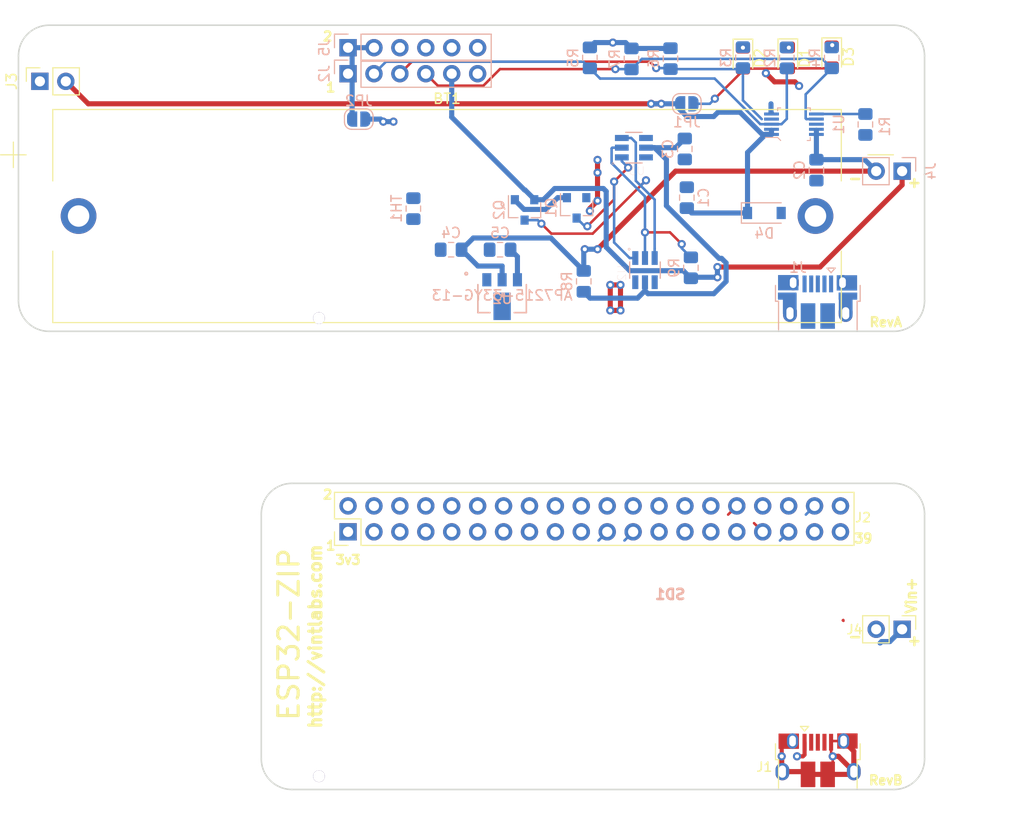
<source format=kicad_pcb>
(kicad_pcb (version 20171130) (host pcbnew 5.1.0)

  (general
    (thickness 1.6)
    (drawings 32)
    (tracks 253)
    (zones 0)
    (modules 46)
    (nets 30)
  )

  (page A4)
  (layers
    (0 F.Cu signal)
    (31 B.Cu signal)
    (32 B.Adhes user)
    (33 F.Adhes user)
    (34 B.Paste user)
    (35 F.Paste user)
    (36 B.SilkS user)
    (37 F.SilkS user)
    (38 B.Mask user)
    (39 F.Mask user)
    (40 Dwgs.User user)
    (41 Cmts.User user)
    (42 Eco1.User user)
    (43 Eco2.User user)
    (44 Edge.Cuts user)
    (45 Margin user)
    (46 B.CrtYd user)
    (47 F.CrtYd user)
    (48 B.Fab user)
    (49 F.Fab user)
  )

  (setup
    (last_trace_width 0.5)
    (user_trace_width 0.5)
    (trace_clearance 0.2)
    (zone_clearance 0.508)
    (zone_45_only no)
    (trace_min 0.2)
    (via_size 0.8)
    (via_drill 0.4)
    (via_min_size 0.4)
    (via_min_drill 0.3)
    (uvia_size 0.3)
    (uvia_drill 0.1)
    (uvias_allowed no)
    (uvia_min_size 0.2)
    (uvia_min_drill 0.1)
    (edge_width 0.05)
    (segment_width 0.2)
    (pcb_text_width 0.3)
    (pcb_text_size 1.5 1.5)
    (mod_edge_width 0.12)
    (mod_text_size 1 1)
    (mod_text_width 0.15)
    (pad_size 1.524 1.524)
    (pad_drill 0.762)
    (pad_to_mask_clearance 0.051)
    (solder_mask_min_width 0.25)
    (aux_axis_origin 0 0)
    (visible_elements FFFFFF7F)
    (pcbplotparams
      (layerselection 0x010fc_ffffffff)
      (usegerberextensions false)
      (usegerberattributes false)
      (usegerberadvancedattributes false)
      (creategerberjobfile false)
      (excludeedgelayer true)
      (linewidth 0.100000)
      (plotframeref false)
      (viasonmask false)
      (mode 1)
      (useauxorigin false)
      (hpglpennumber 1)
      (hpglpenspeed 20)
      (hpglpendiameter 15.000000)
      (psnegative false)
      (psa4output false)
      (plotreference true)
      (plotvalue true)
      (plotinvisibletext false)
      (padsonsilk false)
      (subtractmaskfromsilk false)
      (outputformat 1)
      (mirror false)
      (drillshape 1)
      (scaleselection 1)
      (outputdirectory ""))
  )

  (net 0 "")
  (net 1 GND)
  (net 2 "Net-(C1-Pad1)")
  (net 3 "Net-(D1-Pad1)")
  (net 4 "Net-(D2-Pad1)")
  (net 5 "Net-(D3-Pad1)")
  (net 6 "Net-(J1-Pad6)")
  (net 7 "Net-(J1-Pad4)")
  (net 8 "Net-(J1-Pad3)")
  (net 9 "Net-(J1-Pad2)")
  (net 10 PG)
  (net 11 S2)
  (net 12 S1)
  (net 13 "Net-(R1-Pad1)")
  (net 14 +3V3)
  (net 15 "Net-(TH1-Pad1)")
  (net 16 BATT+)
  (net 17 "Net-(C3-Pad1)")
  (net 18 "Net-(J2-Pad6)")
  (net 19 P-)
  (net 20 "Net-(Q1-Pad3)")
  (net 21 "Net-(Q1-Pad1)")
  (net 22 "Net-(Q2-Pad3)")
  (net 23 "Net-(R9-Pad1)")
  (net 24 "Net-(D4-Pad2)")
  (net 25 "Net-(J2-Pad1)")
  (net 26 "Net-(D1-Pad2)")
  (net 27 "Net-(J5-Pad6)")
  (net 28 "Net-(J5-Pad5)")
  (net 29 "Net-(J5-Pad4)")

  (net_class Default "This is the default net class."
    (clearance 0.2)
    (trace_width 0.25)
    (via_dia 0.8)
    (via_drill 0.4)
    (uvia_dia 0.3)
    (uvia_drill 0.1)
    (add_net +3V3)
    (add_net BATT+)
    (add_net GND)
    (add_net "Net-(C1-Pad1)")
    (add_net "Net-(C3-Pad1)")
    (add_net "Net-(D1-Pad1)")
    (add_net "Net-(D1-Pad2)")
    (add_net "Net-(D2-Pad1)")
    (add_net "Net-(D3-Pad1)")
    (add_net "Net-(D4-Pad2)")
    (add_net "Net-(J1-Pad2)")
    (add_net "Net-(J1-Pad3)")
    (add_net "Net-(J1-Pad4)")
    (add_net "Net-(J1-Pad6)")
    (add_net "Net-(J2-Pad1)")
    (add_net "Net-(J2-Pad6)")
    (add_net "Net-(J5-Pad4)")
    (add_net "Net-(J5-Pad5)")
    (add_net "Net-(J5-Pad6)")
    (add_net "Net-(Q1-Pad1)")
    (add_net "Net-(Q1-Pad3)")
    (add_net "Net-(Q2-Pad3)")
    (add_net "Net-(R1-Pad1)")
    (add_net "Net-(R9-Pad1)")
    (add_net "Net-(TH1-Pad1)")
    (add_net P-)
    (add_net PG)
    (add_net S1)
    (add_net S2)
  )

  (module Connector_PinHeader_2.54mm:PinHeader_1x02_P2.54mm_Vertical (layer F.Cu) (tedit 5D6E75C9) (tstamp 5E1CED20)
    (at -27.4 259.5 270)
    (descr "Through hole straight pin header, 1x02, 2.54mm pitch, single row")
    (tags "Through hole pin header THT 1x02 2.54mm single row")
    (path /5D60C3E5)
    (fp_text reference J4 (at 0.03 4.66 unlocked) (layer F.SilkS)
      (effects (font (size 0.9 0.9) (thickness 0.15)))
    )
    (fp_text value Conn_01x02_Male (at 0 4.87 270) (layer F.Fab)
      (effects (font (size 1 1) (thickness 0.15)))
    )
    (fp_text user %R (at 0 1.27) (layer F.Fab)
      (effects (font (size 1 1) (thickness 0.15)))
    )
    (fp_line (start 1.8 -1.8) (end -1.8 -1.8) (layer F.CrtYd) (width 0.05))
    (fp_line (start 1.8 4.35) (end 1.8 -1.8) (layer F.CrtYd) (width 0.05))
    (fp_line (start -1.8 4.35) (end 1.8 4.35) (layer F.CrtYd) (width 0.05))
    (fp_line (start -1.8 -1.8) (end -1.8 4.35) (layer F.CrtYd) (width 0.05))
    (fp_line (start -1.33 -1.33) (end 0 -1.33) (layer F.SilkS) (width 0.12))
    (fp_line (start -1.33 0) (end -1.33 -1.33) (layer F.SilkS) (width 0.12))
    (fp_line (start -1.33 1.27) (end 1.33 1.27) (layer F.SilkS) (width 0.12))
    (fp_line (start 1.33 1.27) (end 1.33 3.87) (layer F.SilkS) (width 0.12))
    (fp_line (start -1.33 1.27) (end -1.33 3.87) (layer F.SilkS) (width 0.12))
    (fp_line (start -1.33 3.87) (end 1.33 3.87) (layer F.SilkS) (width 0.12))
    (fp_line (start -1.27 -0.635) (end -0.635 -1.27) (layer F.Fab) (width 0.1))
    (fp_line (start -1.27 3.81) (end -1.27 -0.635) (layer F.Fab) (width 0.1))
    (fp_line (start 1.27 3.81) (end -1.27 3.81) (layer F.Fab) (width 0.1))
    (fp_line (start 1.27 -1.27) (end 1.27 3.81) (layer F.Fab) (width 0.1))
    (fp_line (start -0.635 -1.27) (end 1.27 -1.27) (layer F.Fab) (width 0.1))
    (pad 2 thru_hole oval (at 0 2.54 270) (size 1.7 1.7) (drill 1) (layers *.Cu *.Mask))
    (pad 1 thru_hole rect (at 0 0 270) (size 1.7 1.7) (drill 1) (layers *.Cu *.Mask))
    (model ${KISYS3DMOD}/Connector_PinHeader_2.54mm.3dshapes/PinHeader_1x02_P2.54mm_Vertical.wrl
      (at (xyz 0 0 0))
      (scale (xyz 1 1 1))
      (rotate (xyz 0 0 0))
    )
  )

  (module Connector_PinHeader_2.54mm:PinHeader_2x20_P2.54mm_Vertical (layer F.Cu) (tedit 5D6E7469) (tstamp 5E1CECE3)
    (at -81.7 249.95 90)
    (descr "Through hole straight pin header, 2x20, 2.54mm pitch, double rows")
    (tags "Through hole pin header THT 2x20 2.54mm double row")
    (path /5D4F8308)
    (fp_text reference J2 (at 1.4 50.47 unlocked) (layer F.SilkS)
      (effects (font (size 0.9 0.9) (thickness 0.15)))
    )
    (fp_text value Conn_02x20_Odd_Even (at 1.27 50.59 90) (layer F.Fab)
      (effects (font (size 1 1) (thickness 0.15)))
    )
    (fp_text user %R (at 1.27 24.13 180) (layer F.Fab)
      (effects (font (size 1 1) (thickness 0.15)))
    )
    (fp_line (start 4.35 -1.8) (end -1.8 -1.8) (layer F.CrtYd) (width 0.05))
    (fp_line (start 4.35 50.05) (end 4.35 -1.8) (layer F.CrtYd) (width 0.05))
    (fp_line (start -1.8 50.05) (end 4.35 50.05) (layer F.CrtYd) (width 0.05))
    (fp_line (start -1.8 -1.8) (end -1.8 50.05) (layer F.CrtYd) (width 0.05))
    (fp_line (start -1.33 -1.33) (end 0 -1.33) (layer F.SilkS) (width 0.12))
    (fp_line (start -1.33 0) (end -1.33 -1.33) (layer F.SilkS) (width 0.12))
    (fp_line (start 1.27 -1.33) (end 3.87 -1.33) (layer F.SilkS) (width 0.12))
    (fp_line (start 1.27 1.27) (end 1.27 -1.33) (layer F.SilkS) (width 0.12))
    (fp_line (start -1.33 1.27) (end 1.27 1.27) (layer F.SilkS) (width 0.12))
    (fp_line (start 3.87 -1.33) (end 3.87 49.59) (layer F.SilkS) (width 0.12))
    (fp_line (start -1.33 1.27) (end -1.33 49.59) (layer F.SilkS) (width 0.12))
    (fp_line (start -1.33 49.59) (end 3.87 49.59) (layer F.SilkS) (width 0.12))
    (fp_line (start -1.27 0) (end 0 -1.27) (layer F.Fab) (width 0.1))
    (fp_line (start -1.27 49.53) (end -1.27 0) (layer F.Fab) (width 0.1))
    (fp_line (start 3.81 49.53) (end -1.27 49.53) (layer F.Fab) (width 0.1))
    (fp_line (start 3.81 -1.27) (end 3.81 49.53) (layer F.Fab) (width 0.1))
    (fp_line (start 0 -1.27) (end 3.81 -1.27) (layer F.Fab) (width 0.1))
    (pad 40 thru_hole oval (at 2.54 48.26 90) (size 1.7 1.7) (drill 1) (layers *.Cu *.Mask))
    (pad 39 thru_hole oval (at 0 48.26 90) (size 1.7 1.7) (drill 1) (layers *.Cu *.Mask))
    (pad 38 thru_hole oval (at 2.54 45.72 90) (size 1.7 1.7) (drill 1) (layers *.Cu *.Mask))
    (pad 37 thru_hole oval (at 0 45.72 90) (size 1.7 1.7) (drill 1) (layers *.Cu *.Mask))
    (pad 36 thru_hole oval (at 2.54 43.18 90) (size 1.7 1.7) (drill 1) (layers *.Cu *.Mask))
    (pad 35 thru_hole oval (at 0 43.18 90) (size 1.7 1.7) (drill 1) (layers *.Cu *.Mask))
    (pad 34 thru_hole oval (at 2.54 40.64 90) (size 1.7 1.7) (drill 1) (layers *.Cu *.Mask))
    (pad 33 thru_hole oval (at 0 40.64 90) (size 1.7 1.7) (drill 1) (layers *.Cu *.Mask))
    (pad 32 thru_hole oval (at 2.54 38.1 90) (size 1.7 1.7) (drill 1) (layers *.Cu *.Mask))
    (pad 31 thru_hole oval (at 0 38.1 90) (size 1.7 1.7) (drill 1) (layers *.Cu *.Mask))
    (pad 30 thru_hole oval (at 2.54 35.56 90) (size 1.7 1.7) (drill 1) (layers *.Cu *.Mask))
    (pad 29 thru_hole oval (at 0 35.56 90) (size 1.7 1.7) (drill 1) (layers *.Cu *.Mask))
    (pad 28 thru_hole oval (at 2.54 33.02 90) (size 1.7 1.7) (drill 1) (layers *.Cu *.Mask))
    (pad 27 thru_hole oval (at 0 33.02 90) (size 1.7 1.7) (drill 1) (layers *.Cu *.Mask))
    (pad 26 thru_hole oval (at 2.54 30.48 90) (size 1.7 1.7) (drill 1) (layers *.Cu *.Mask))
    (pad 25 thru_hole oval (at 0 30.48 90) (size 1.7 1.7) (drill 1) (layers *.Cu *.Mask))
    (pad 24 thru_hole oval (at 2.54 27.94 90) (size 1.7 1.7) (drill 1) (layers *.Cu *.Mask))
    (pad 23 thru_hole oval (at 0 27.94 90) (size 1.7 1.7) (drill 1) (layers *.Cu *.Mask))
    (pad 22 thru_hole oval (at 2.54 25.4 90) (size 1.7 1.7) (drill 1) (layers *.Cu *.Mask))
    (pad 21 thru_hole oval (at 0 25.4 90) (size 1.7 1.7) (drill 1) (layers *.Cu *.Mask))
    (pad 20 thru_hole oval (at 2.54 22.86 90) (size 1.7 1.7) (drill 1) (layers *.Cu *.Mask))
    (pad 19 thru_hole oval (at 0 22.86 90) (size 1.7 1.7) (drill 1) (layers *.Cu *.Mask))
    (pad 18 thru_hole oval (at 2.54 20.32 90) (size 1.7 1.7) (drill 1) (layers *.Cu *.Mask))
    (pad 17 thru_hole oval (at 0 20.32 90) (size 1.7 1.7) (drill 1) (layers *.Cu *.Mask))
    (pad 16 thru_hole oval (at 2.54 17.78 90) (size 1.7 1.7) (drill 1) (layers *.Cu *.Mask))
    (pad 15 thru_hole oval (at 0 17.78 90) (size 1.7 1.7) (drill 1) (layers *.Cu *.Mask))
    (pad 14 thru_hole oval (at 2.54 15.24 90) (size 1.7 1.7) (drill 1) (layers *.Cu *.Mask))
    (pad 13 thru_hole oval (at 0 15.24 90) (size 1.7 1.7) (drill 1) (layers *.Cu *.Mask))
    (pad 12 thru_hole oval (at 2.54 12.7 90) (size 1.7 1.7) (drill 1) (layers *.Cu *.Mask))
    (pad 11 thru_hole oval (at 0 12.7 90) (size 1.7 1.7) (drill 1) (layers *.Cu *.Mask))
    (pad 10 thru_hole oval (at 2.54 10.16 90) (size 1.7 1.7) (drill 1) (layers *.Cu *.Mask))
    (pad 9 thru_hole oval (at 0 10.16 90) (size 1.7 1.7) (drill 1) (layers *.Cu *.Mask))
    (pad 8 thru_hole oval (at 2.54 7.62 90) (size 1.7 1.7) (drill 1) (layers *.Cu *.Mask))
    (pad 7 thru_hole oval (at 0 7.62 90) (size 1.7 1.7) (drill 1) (layers *.Cu *.Mask))
    (pad 6 thru_hole oval (at 2.54 5.08 90) (size 1.7 1.7) (drill 1) (layers *.Cu *.Mask))
    (pad 5 thru_hole oval (at 0 5.08 90) (size 1.7 1.7) (drill 1) (layers *.Cu *.Mask))
    (pad 4 thru_hole oval (at 2.54 2.54 90) (size 1.7 1.7) (drill 1) (layers *.Cu *.Mask))
    (pad 3 thru_hole oval (at 0 2.54 90) (size 1.7 1.7) (drill 1) (layers *.Cu *.Mask))
    (pad 2 thru_hole oval (at 2.54 0 90) (size 1.7 1.7) (drill 1) (layers *.Cu *.Mask))
    (pad 1 thru_hole rect (at 0 0 90) (size 1.7 1.7) (drill 1) (layers *.Cu *.Mask))
    (model ${KISYS3DMOD}/Connector_PinSocket_2.54mm.3dshapes/PinSocket_2x20_P2.54mm_Vertical.wrl
      (offset (xyz 2.5 0 0))
      (scale (xyz 1 1 1))
      (rotate (xyz 0 0 0))
    )
  )

  (module 12V-SmartSwitch:USB_Micro-B_Amphenol_10118194-0001LF_Horizontal (layer F.Cu) (tedit 5D6E750E) (tstamp 5E1CECB7)
    (at -35.635 272.335)
    (descr "Micro USB Type B 10103594-0001LF, http://cdn.amphenol-icc.com/media/wysiwyg/files/drawing/10103594.pdf")
    (tags "USB USB_B USB_micro USB_OTG")
    (path /5C6BFB2B)
    (attr smd)
    (fp_text reference J1 (at -5.265 0.665 unlocked) (layer F.SilkS)
      (effects (font (size 0.9 0.9) (thickness 0.15)))
    )
    (fp_text value USB_B_Micro (at -0.025 4.435) (layer F.Fab)
      (effects (font (size 1 1) (thickness 0.15)))
    )
    (fp_text user "PCB edge" (at -0.025 2.235) (layer Dwgs.User)
      (effects (font (size 0.5 0.5) (thickness 0.075)))
    )
    (fp_text user %R (at -0.025 -0.015) (layer F.Fab)
      (effects (font (size 1 1) (thickness 0.15)))
    )
    (fp_line (start -4.175 -0.065) (end -4.175 -1.615) (layer F.SilkS) (width 0.12))
    (fp_line (start -4.175 -0.065) (end -3.875 -0.065) (layer F.SilkS) (width 0.12))
    (fp_line (start -3.875 2.735) (end -3.875 -0.065) (layer F.SilkS) (width 0.12))
    (fp_line (start 4.125 -0.065) (end 4.125 -1.615) (layer F.SilkS) (width 0.12))
    (fp_line (start 3.825 -0.065) (end 4.125 -0.065) (layer F.SilkS) (width 0.12))
    (fp_line (start 3.825 2.735) (end 3.825 -0.065) (layer F.SilkS) (width 0.12))
    (fp_line (start -0.925 -3.315) (end -1.325 -2.865) (layer F.SilkS) (width 0.12))
    (fp_line (start -1.725 -3.315) (end -0.925 -3.315) (layer F.SilkS) (width 0.12))
    (fp_line (start -1.325 -2.865) (end -1.725 -3.315) (layer F.SilkS) (width 0.12))
    (fp_line (start -3.775 -0.865) (end -2.975 -1.615) (layer F.Fab) (width 0.12))
    (fp_line (start 3.725 3.335) (end -3.775 3.335) (layer F.Fab) (width 0.12))
    (fp_line (start 3.725 -1.615) (end 3.725 3.335) (layer F.Fab) (width 0.12))
    (fp_line (start -2.975 -1.615) (end 3.725 -1.615) (layer F.Fab) (width 0.12))
    (fp_line (start -3.775 3.335) (end -3.775 -0.865) (layer F.Fab) (width 0.12))
    (fp_line (start -4.025 2.835) (end 3.975 2.835) (layer Dwgs.User) (width 0.1))
    (fp_line (start -4.13 -2.88) (end 4.14 -2.88) (layer F.CrtYd) (width 0.05))
    (fp_line (start -4.13 -2.88) (end -4.13 3.58) (layer F.CrtYd) (width 0.05))
    (fp_line (start 4.14 3.58) (end 4.14 -2.88) (layer F.CrtYd) (width 0.05))
    (fp_line (start 4.14 3.58) (end -4.13 3.58) (layer F.CrtYd) (width 0.05))
    (pad 6 smd rect (at -2.875 -1.865) (size 2 1.5) (layers F.Cu F.Paste F.Mask))
    (pad 6 smd rect (at 2.875 -1.885) (size 2 1.5) (layers F.Cu F.Paste F.Mask))
    (pad 1 smd rect (at -1.325 -1.765 90) (size 1.65 0.4) (layers F.Cu F.Paste F.Mask))
    (pad 2 smd rect (at -0.675 -1.765 90) (size 1.65 0.4) (layers F.Cu F.Paste F.Mask))
    (pad 3 smd rect (at -0.025 -1.765 90) (size 1.65 0.4) (layers F.Cu F.Paste F.Mask))
    (pad 4 smd rect (at 0.625 -1.765 90) (size 1.65 0.4) (layers F.Cu F.Paste F.Mask))
    (pad 5 smd rect (at 1.275 -1.765 90) (size 1.65 0.4) (layers F.Cu F.Paste F.Mask))
    (pad 6 thru_hole oval (at -2.5 -1.885 90) (size 1.5 1.1) (drill oval 1.05 0.65) (layers *.Cu *.Mask))
    (pad 6 thru_hole oval (at 2.5 -1.885 90) (size 1.5 1.1) (drill oval 1.05 0.65) (layers *.Cu *.Mask))
    (pad 6 thru_hole oval (at -3.5 1.115 90) (size 1.7 1.35) (drill oval 1.2 0.7) (layers *.Cu *.Mask))
    (pad 6 thru_hole oval (at 3.5 1.115 90) (size 1.7 1.35) (drill oval 1.2 0.7) (layers *.Cu *.Mask))
    (pad 6 smd rect (at -0.985 1.385 90) (size 2.5 1.43) (layers F.Cu F.Paste F.Mask))
    (pad 6 smd rect (at 0.935 1.385 90) (size 2.5 1.43) (layers F.Cu F.Paste F.Mask))
    (model ${KISYS3DMOD}/Connector_USB.3dshapes/USB_Micro-B_Molex_47346-0001.step
      (at (xyz 0 0 0))
      (scale (xyz 1 1 1))
      (rotate (xyz 0 0 0))
    )
  )

  (module SwitchPanel:1.152mmHole (layer F.Cu) (tedit 5DF69FC1) (tstamp 5E1CECB3)
    (at -84.55 273.9)
    (fp_text reference REF** (at 0 0.5) (layer F.SilkS) hide
      (effects (font (size 1 1) (thickness 0.15)))
    )
    (fp_text value 1.152mmHole (at 0 -0.5) (layer F.Fab)
      (effects (font (size 1 1) (thickness 0.15)))
    )
    (pad 1 thru_hole circle (at 0 0) (size 1.152 1.152) (drill 1.152) (layers *.Cu *.Mask))
  )

  (module MountingHole:MountingHole_2.7mm_M2.5_DIN965 locked (layer F.Cu) (tedit 5D4DE342) (tstamp 5E1CECAC)
    (at -86.7 271.7)
    (descr "Mounting Hole 2.7mm, no annular, M2.5, DIN965")
    (tags "mounting hole 2.7mm no annular m2.5 din965")
    (attr virtual)
    (fp_text reference REF** (at 0 -3.35) (layer F.SilkS) hide
      (effects (font (size 1 1) (thickness 0.15)))
    )
    (fp_text value MountingHole_2.7mm_M2.5_DIN965 (at 0 3.35) (layer F.Fab)
      (effects (font (size 1 1) (thickness 0.15)))
    )
    (fp_text user %R (at 0.3 0) (layer F.Fab)
      (effects (font (size 1 1) (thickness 0.15)))
    )
    (fp_circle (center 0 0) (end 2.35 0) (layer Cmts.User) (width 0.15))
    (fp_circle (center 0 0) (end 2.6 0) (layer F.CrtYd) (width 0.05))
    (pad 1 np_thru_hole circle (at 0 0) (size 2.7 2.7) (drill 2.7) (layers *.Cu *.Mask))
  )

  (module MountingHole:MountingHole_2.7mm_M2.5_DIN965 locked (layer F.Cu) (tedit 5D4DE349) (tstamp 5E1CEC87)
    (at -28.7 271.7)
    (descr "Mounting Hole 2.7mm, no annular, M2.5, DIN965")
    (tags "mounting hole 2.7mm no annular m2.5 din965")
    (attr virtual)
    (fp_text reference REF** (at 0 -3.35) (layer F.SilkS) hide
      (effects (font (size 1 1) (thickness 0.15)))
    )
    (fp_text value MountingHole_2.7mm_M2.5_DIN965 (at 0 3.35) (layer F.Fab)
      (effects (font (size 1 1) (thickness 0.15)))
    )
    (fp_text user %R (at 0.3 0) (layer F.Fab)
      (effects (font (size 1 1) (thickness 0.15)))
    )
    (fp_circle (center 0 0) (end 2.35 0) (layer Cmts.User) (width 0.15))
    (fp_circle (center 0 0) (end 2.6 0) (layer F.CrtYd) (width 0.05))
    (pad 1 np_thru_hole circle (at 0 0) (size 2.7 2.7) (drill 2.7) (layers *.Cu *.Mask))
  )

  (module MountingHole:MountingHole_2.7mm_M2.5_DIN965 locked (layer F.Cu) (tedit 5D4DE34E) (tstamp 5E1CEC80)
    (at -28.7 248.7)
    (descr "Mounting Hole 2.7mm, no annular, M2.5, DIN965")
    (tags "mounting hole 2.7mm no annular m2.5 din965")
    (attr virtual)
    (fp_text reference REF** (at 0 -3.35) (layer F.SilkS) hide
      (effects (font (size 1 1) (thickness 0.15)))
    )
    (fp_text value MountingHole_2.7mm_M2.5_DIN965 (at 0 3.35) (layer F.Fab)
      (effects (font (size 1 1) (thickness 0.15)))
    )
    (fp_text user %R (at 0.3 0) (layer F.Fab)
      (effects (font (size 1 1) (thickness 0.15)))
    )
    (fp_circle (center 0 0) (end 2.35 0) (layer Cmts.User) (width 0.15))
    (fp_circle (center 0 0) (end 2.6 0) (layer F.CrtYd) (width 0.05))
    (pad 1 np_thru_hole circle (at 0 0) (size 2.7 2.7) (drill 2.7) (layers *.Cu *.Mask))
  )

  (module MountingHole:MountingHole_2.7mm_M2.5_DIN965 locked (layer F.Cu) (tedit 5D4DE338) (tstamp 5E1CEC79)
    (at -86.7 248.7)
    (descr "Mounting Hole 2.7mm, no annular, M2.5, DIN965")
    (tags "mounting hole 2.7mm no annular m2.5 din965")
    (attr virtual)
    (fp_text reference REF** (at 0 -3.35) (layer F.SilkS) hide
      (effects (font (size 1 1) (thickness 0.15)))
    )
    (fp_text value MountingHole_2.7mm_M2.5_DIN965 (at 0 3.35) (layer F.Fab)
      (effects (font (size 1 1) (thickness 0.15)))
    )
    (fp_circle (center 0 0) (end 2.6 0) (layer F.CrtYd) (width 0.05))
    (fp_circle (center 0 0) (end 2.35 0) (layer Cmts.User) (width 0.15))
    (fp_text user %R (at 0.3 0) (layer F.Fab)
      (effects (font (size 1 1) (thickness 0.15)))
    )
    (pad 1 np_thru_hole circle (at 0 0) (size 2.7 2.7) (drill 2.7) (layers *.Cu *.Mask))
  )

  (module Connector_PinHeader_2.54mm:PinHeader_1x06_P2.54mm_Vertical (layer B.Cu) (tedit 59FED5CC) (tstamp 5E1CA315)
    (at -81.7 202.5 270)
    (descr "Through hole straight pin header, 1x06, 2.54mm pitch, single row")
    (tags "Through hole pin header THT 1x06 2.54mm single row")
    (path /5E1E3E88)
    (fp_text reference J5 (at 0 2.33 270) (layer B.SilkS)
      (effects (font (size 1 1) (thickness 0.15)) (justify mirror))
    )
    (fp_text value Conn_01x06 (at 0 -15.03 270) (layer B.Fab)
      (effects (font (size 1 1) (thickness 0.15)) (justify mirror))
    )
    (fp_text user %R (at 0 -6.35 180) (layer B.Fab)
      (effects (font (size 1 1) (thickness 0.15)) (justify mirror))
    )
    (fp_line (start 1.8 1.8) (end -1.8 1.8) (layer B.CrtYd) (width 0.05))
    (fp_line (start 1.8 -14.5) (end 1.8 1.8) (layer B.CrtYd) (width 0.05))
    (fp_line (start -1.8 -14.5) (end 1.8 -14.5) (layer B.CrtYd) (width 0.05))
    (fp_line (start -1.8 1.8) (end -1.8 -14.5) (layer B.CrtYd) (width 0.05))
    (fp_line (start -1.33 1.33) (end 0 1.33) (layer B.SilkS) (width 0.12))
    (fp_line (start -1.33 0) (end -1.33 1.33) (layer B.SilkS) (width 0.12))
    (fp_line (start -1.33 -1.27) (end 1.33 -1.27) (layer B.SilkS) (width 0.12))
    (fp_line (start 1.33 -1.27) (end 1.33 -14.03) (layer B.SilkS) (width 0.12))
    (fp_line (start -1.33 -1.27) (end -1.33 -14.03) (layer B.SilkS) (width 0.12))
    (fp_line (start -1.33 -14.03) (end 1.33 -14.03) (layer B.SilkS) (width 0.12))
    (fp_line (start -1.27 0.635) (end -0.635 1.27) (layer B.Fab) (width 0.1))
    (fp_line (start -1.27 -13.97) (end -1.27 0.635) (layer B.Fab) (width 0.1))
    (fp_line (start 1.27 -13.97) (end -1.27 -13.97) (layer B.Fab) (width 0.1))
    (fp_line (start 1.27 1.27) (end 1.27 -13.97) (layer B.Fab) (width 0.1))
    (fp_line (start -0.635 1.27) (end 1.27 1.27) (layer B.Fab) (width 0.1))
    (pad 6 thru_hole oval (at 0 -12.7 270) (size 1.7 1.7) (drill 1) (layers *.Cu *.Mask)
      (net 27 "Net-(J5-Pad6)"))
    (pad 5 thru_hole oval (at 0 -10.16 270) (size 1.7 1.7) (drill 1) (layers *.Cu *.Mask)
      (net 28 "Net-(J5-Pad5)"))
    (pad 4 thru_hole oval (at 0 -7.62 270) (size 1.7 1.7) (drill 1) (layers *.Cu *.Mask)
      (net 29 "Net-(J5-Pad4)"))
    (pad 3 thru_hole oval (at 0 -5.08 270) (size 1.7 1.7) (drill 1) (layers *.Cu *.Mask)
      (net 1 GND))
    (pad 2 thru_hole oval (at 0 -2.54 270) (size 1.7 1.7) (drill 1) (layers *.Cu *.Mask)
      (net 25 "Net-(J2-Pad1)"))
    (pad 1 thru_hole rect (at 0 0 270) (size 1.7 1.7) (drill 1) (layers *.Cu *.Mask)
      (net 25 "Net-(J2-Pad1)"))
    (model ${KISYS3DMOD}/Connector_PinHeader_2.54mm.3dshapes/PinHeader_1x06_P2.54mm_Vertical.wrl
      (at (xyz 0 0 0))
      (scale (xyz 1 1 1))
      (rotate (xyz 0 0 0))
    )
  )

  (module Battery:BatteryHolder_Keystone_1043_1x18650 (layer F.Cu) (tedit 5E1A686A) (tstamp 5E17683E)
    (at -72 219)
    (descr "Battery holder for 18650 cylindrical cells http://www.keyelco.com/product.cfm/product_id/918")
    (tags "18650 Keystone 1042 Li-ion")
    (path /5E138188)
    (fp_text reference BT1 (at 0 -11.5) (layer F.SilkS)
      (effects (font (size 1 1) (thickness 0.15)))
    )
    (fp_text value Battery_Cell (at 0 12) (layer F.Fab)
      (effects (font (size 1 1) (thickness 0.15)))
    )
    (fp_line (start -33.3675 -10.33) (end -38.53 -5.1675) (layer F.Fab) (width 0.1))
    (fp_line (start 39.03 10.83) (end 39.03 3.68) (layer F.CrtYd) (width 0.05))
    (fp_text user %R (at 0 0) (layer F.Fab)
      (effects (font (size 1 1) (thickness 0.15)))
    )
    (fp_line (start -38.64 10.44) (end -38.64 3.44) (layer F.SilkS) (width 0.12))
    (fp_line (start 38.64 10.44) (end -38.64 10.44) (layer F.SilkS) (width 0.12))
    (fp_line (start 38.64 3.44) (end 38.64 10.44) (layer F.SilkS) (width 0.12))
    (fp_line (start -38.64 -10.44) (end -38.64 -3.44) (layer F.SilkS) (width 0.12))
    (fp_line (start 38.64 -10.44) (end -38.64 -10.44) (layer F.SilkS) (width 0.12))
    (fp_line (start 38.64 -3.44) (end 38.64 -10.42) (layer F.SilkS) (width 0.12))
    (fp_line (start -38.53 10.33) (end 38.53 10.33) (layer F.Fab) (width 0.1))
    (fp_line (start -38.53 -5.1675) (end -38.53 10.33) (layer F.Fab) (width 0.1))
    (fp_line (start 43.75 -6) (end 41.25 -6) (layer F.SilkS) (width 0.12))
    (fp_line (start -33.3675 -10.33) (end 38.53 -10.33) (layer F.Fab) (width 0.1))
    (fp_line (start 38.53 -10.33) (end 38.53 10.33) (layer F.Fab) (width 0.1))
    (fp_line (start -39.03 10.83) (end 39.03 10.83) (layer F.CrtYd) (width 0.05))
    (fp_line (start -39.03 -10.83) (end 39.03 -10.83) (layer F.CrtYd) (width 0.05))
    (fp_line (start 39.03 -10.83) (end 39.03 3.68) (layer F.CrtYd) (width 0.05))
    (fp_line (start -39.03 10.83) (end -39.03 3.68) (layer F.CrtYd) (width 0.05))
    (fp_line (start -39.03 -10.83) (end -39.03 3.68) (layer F.CrtYd) (width 0.05))
    (fp_line (start -43.75 -6) (end -41.25 -6) (layer F.SilkS) (width 0.12))
    (fp_line (start -42.5 -4.75) (end -42.5 -7.25) (layer F.SilkS) (width 0.12))
    (pad 1 thru_hole circle (at -36.11 0) (size 3.5 3.5) (drill 2.1) (layers *.Cu *.Mask)
      (net 16 BATT+))
    (pad "" np_thru_hole circle (at 27.6 -8) (size 3.45 3.45) (drill 3.45) (layers *.Cu *.Mask))
    (pad "" np_thru_hole circle (at -27.6 8) (size 3.45 3.45) (drill 3.45) (layers *.Cu *.Mask))
    (pad "" np_thru_hole circle (at -35.93 -8) (size 2.39 2.39) (drill 2.39) (layers *.Cu *.Mask))
    (pad 2 thru_hole circle (at 36.11 0) (size 3.5 3.5) (drill 2.1) (layers *.Cu *.Mask)
      (net 1 GND))
    (model /home/pvint/Electronics/18650-Battery-Module/1043--3DModel-STEP-56544.STEP
      (at (xyz 0 0 0))
      (scale (xyz 1 1 1))
      (rotate (xyz -90 0 0))
    )
  )

  (module BatteryModule:SOT95P280X140-6N (layer B.Cu) (tedit 5E137ABF) (tstamp 5E17AB7C)
    (at -53.685 212.3)
    (path /5E1A0F88)
    (fp_text reference U3 (at 0.290895 2.265055) (layer B.SilkS)
      (effects (font (size 0.802496 0.802496) (thickness 0.015)) (justify mirror))
    )
    (fp_text value AP9101CAK6-ANTRG1 (at 5.88302 -2.293975) (layer B.Fab)
      (effects (font (size 0.800685 0.800685) (thickness 0.015)) (justify mirror))
    )
    (fp_circle (center -2.05 1.55) (end -1.95 1.55) (layer B.SilkS) (width 0.05))
    (fp_line (start -2.25 -1.75) (end -2.25 1.75) (layer B.CrtYd) (width 0.05))
    (fp_line (start 2.25 -1.75) (end -2.25 -1.75) (layer B.CrtYd) (width 0.05))
    (fp_line (start 2.25 1.75) (end 2.25 -1.75) (layer B.CrtYd) (width 0.05))
    (fp_line (start -2.25 1.75) (end 2.25 1.75) (layer B.CrtYd) (width 0.05))
    (fp_line (start -0.8 -1.5) (end -0.8 1.5) (layer B.Fab) (width 0.127))
    (fp_line (start 0.8 -1.5) (end -0.8 -1.5) (layer B.SilkS) (width 0.127))
    (fp_line (start 0.8 1.5) (end 0.8 -1.5) (layer B.Fab) (width 0.127))
    (fp_line (start -0.8 1.5) (end 0.8 1.5) (layer B.SilkS) (width 0.127))
    (pad 4 smd rect (at 1.185 -0.95) (size 1.35 0.6) (layers B.Cu B.Paste B.Mask))
    (pad 5 smd rect (at 1.185 0) (size 1.35 0.6) (layers B.Cu B.Paste B.Mask)
      (net 17 "Net-(C3-Pad1)"))
    (pad 6 smd rect (at 1.185 0.95) (size 1.35 0.6) (layers B.Cu B.Paste B.Mask)
      (net 1 GND))
    (pad 3 smd rect (at -1.185 -0.95) (size 1.35 0.6) (layers B.Cu B.Paste B.Mask)
      (net 22 "Net-(Q2-Pad3)"))
    (pad 2 smd rect (at -1.185 0) (size 1.35 0.6) (layers B.Cu B.Paste B.Mask)
      (net 23 "Net-(R9-Pad1)"))
    (pad 1 smd rect (at -1.185 0.95) (size 1.35 0.6) (layers B.Cu B.Paste B.Mask)
      (net 20 "Net-(Q1-Pad3)"))
    (model ${KISYS3DMOD}/Package_TO_SOT_SMD.3dshapes/SOT-23-6.step
      (at (xyz 0 0 0))
      (scale (xyz 1 1 1))
      (rotate (xyz 0 0 0))
    )
  )

  (module BatteryModule:AP7215-33YG-13 (layer B.Cu) (tedit 0) (tstamp 5E17AB69)
    (at -66.6 227.1)
    (path /5E1A065D)
    (fp_text reference U2 (at 0 0) (layer B.SilkS)
      (effects (font (size 1 1) (thickness 0.15)) (justify mirror))
    )
    (fp_text value AP7215-33YG-13 (at 0 -0.3302) (layer B.SilkS)
      (effects (font (size 1 1) (thickness 0.15)) (justify mirror))
    )
    (fp_circle (center -3.5179 -2.4511) (end -3.3909 -2.4511) (layer B.SilkS) (width 0.1524))
    (fp_circle (center -1.9939 -0.9968) (end -1.8669 -0.9968) (layer B.Fab) (width 0.1524))
    (fp_line (start -0.4445 -0.508) (end -0.4445 -1.2065) (layer Dwgs.User) (width 0.1524))
    (fp_line (start 0.4445 -0.508) (end -0.4445 -0.508) (layer Dwgs.User) (width 0.1524))
    (fp_line (start 0.4445 -1.2065) (end 0.4445 -0.508) (layer Dwgs.User) (width 0.1524))
    (fp_line (start -0.4445 -1.2065) (end 0.4445 -1.2065) (layer Dwgs.User) (width 0.1524))
    (fp_line (start -0.4445 -0.508) (end -0.4445 -1.2065) (layer Dwgs.User) (width 0.1524))
    (fp_line (start 0.4445 -0.508) (end -0.4445 -0.508) (layer Dwgs.User) (width 0.1524))
    (fp_line (start 0.4445 -1.2065) (end 0.4445 -0.508) (layer Dwgs.User) (width 0.1524))
    (fp_line (start -0.4445 -1.2065) (end 0.4445 -1.2065) (layer Dwgs.User) (width 0.1524))
    (fp_line (start -0.4445 -0.508) (end -0.4445 -1.2065) (layer Dwgs.User) (width 0.1524))
    (fp_line (start 0.4445 -0.508) (end -0.4445 -0.508) (layer Dwgs.User) (width 0.1524))
    (fp_line (start 0.4445 -1.2065) (end 0.4445 -0.508) (layer Dwgs.User) (width 0.1524))
    (fp_line (start -0.4445 -1.2065) (end 0.4445 -1.2065) (layer Dwgs.User) (width 0.1524))
    (fp_line (start -2.5019 -1.4986) (end -2.5019 1.4986) (layer B.CrtYd) (width 0.1524))
    (fp_line (start -2.159 -1.4986) (end -2.5019 -1.4986) (layer B.CrtYd) (width 0.1524))
    (fp_line (start -2.159 -2.7305) (end -2.159 -1.4986) (layer B.CrtYd) (width 0.1524))
    (fp_line (start 2.159 -2.7305) (end -2.159 -2.7305) (layer B.CrtYd) (width 0.1524))
    (fp_line (start 2.159 -1.4986) (end 2.159 -2.7305) (layer B.CrtYd) (width 0.1524))
    (fp_line (start 2.5019 -1.4986) (end 2.159 -1.4986) (layer B.CrtYd) (width 0.1524))
    (fp_line (start 2.5019 1.4986) (end 2.5019 -1.4986) (layer B.CrtYd) (width 0.1524))
    (fp_line (start 1.0541 1.4986) (end 2.5019 1.4986) (layer B.CrtYd) (width 0.1524))
    (fp_line (start 1.0541 2.286) (end 1.0541 1.4986) (layer B.CrtYd) (width 0.1524))
    (fp_line (start -1.0541 2.286) (end 1.0541 2.286) (layer B.CrtYd) (width 0.1524))
    (fp_line (start -1.0541 1.4986) (end -1.0541 2.286) (layer B.CrtYd) (width 0.1524))
    (fp_line (start -2.5019 1.4986) (end -1.0541 1.4986) (layer B.CrtYd) (width 0.1524))
    (fp_line (start -1.18364 1.3654) (end -2.3749 1.3654) (layer B.SilkS) (width 0.1524))
    (fp_line (start -2.2479 1.2384) (end -2.2479 -1.2508) (layer B.Fab) (width 0.1524))
    (fp_line (start 2.2479 1.2384) (end -2.2479 1.2384) (layer B.Fab) (width 0.1524))
    (fp_line (start 2.2479 -1.2508) (end 2.2479 1.2384) (layer B.Fab) (width 0.1524))
    (fp_line (start -2.2479 -1.2508) (end 2.2479 -1.2508) (layer B.Fab) (width 0.1524))
    (fp_line (start -2.3749 1.3654) (end -2.3749 -1.3778) (layer B.SilkS) (width 0.1524))
    (fp_line (start 2.3749 1.3654) (end 1.18364 1.3654) (layer B.SilkS) (width 0.1524))
    (fp_line (start 2.3749 -1.3778) (end 2.3749 1.3654) (layer B.SilkS) (width 0.1524))
    (fp_line (start -0.8001 1.7907) (end -0.8001 1.2384) (layer B.Fab) (width 0.1524))
    (fp_line (start 0.8001 1.7907) (end -0.8001 1.7907) (layer B.Fab) (width 0.1524))
    (fp_line (start 0.8001 1.2384) (end 0.8001 1.7907) (layer B.Fab) (width 0.1524))
    (fp_line (start -0.8001 1.2384) (end 0.8001 1.2384) (layer B.Fab) (width 0.1524))
    (fp_line (start 1.7413 -2.4511) (end 1.7413 -1.2508) (layer B.Fab) (width 0.1524))
    (fp_line (start 1.2587 -2.4511) (end 1.7413 -2.4511) (layer B.Fab) (width 0.1524))
    (fp_line (start 1.2587 -1.2508) (end 1.2587 -2.4511) (layer B.Fab) (width 0.1524))
    (fp_line (start 1.7413 -1.2508) (end 1.2587 -1.2508) (layer B.Fab) (width 0.1524))
    (fp_line (start 0.2413 -2.4511) (end 0.2413 -1.2508) (layer B.Fab) (width 0.1524))
    (fp_line (start -0.2413 -2.4511) (end 0.2413 -2.4511) (layer B.Fab) (width 0.1524))
    (fp_line (start -0.2413 -1.2508) (end -0.2413 -2.4511) (layer B.Fab) (width 0.1524))
    (fp_line (start 0.2413 -1.2508) (end -0.2413 -1.2508) (layer B.Fab) (width 0.1524))
    (fp_line (start -1.2587 -2.4511) (end -1.2587 -1.2508) (layer B.Fab) (width 0.1524))
    (fp_line (start -1.7413 -2.4511) (end -1.2587 -2.4511) (layer B.Fab) (width 0.1524))
    (fp_line (start -1.7413 -1.2508) (end -1.7413 -2.4511) (layer B.Fab) (width 0.1524))
    (fp_line (start -1.2587 -1.2508) (end -1.7413 -1.2508) (layer B.Fab) (width 0.1524))
    (fp_text user * (at 0 0) (layer B.Fab)
      (effects (font (size 1 1) (thickness 0.15)) (justify mirror))
    )
    (fp_text user * (at 0 0) (layer B.SilkS)
      (effects (font (size 1 1) (thickness 0.15)) (justify mirror))
    )
    (fp_text user "Copyright 2016 Accelerated Designs. All rights reserved." (at 0 0) (layer Cmts.User)
      (effects (font (size 0.127 0.127) (thickness 0.002)))
    )
    (pad 4 smd rect (at 0 0.7493) (size 1.7018 2.6924) (layers B.Cu B.Paste B.Mask))
    (pad 3 smd rect (at 1.5 -1.8542) (size 0.889 1.2954) (layers B.Cu B.Paste B.Mask)
      (net 14 +3V3))
    (pad 2 smd rect (at 0 -1.8542) (size 0.889 1.2954) (layers B.Cu B.Paste B.Mask)
      (net 16 BATT+))
    (pad 1 smd rect (at -1.5 -1.8542) (size 0.889 1.2954) (layers B.Cu B.Paste B.Mask)
      (net 1 GND))
    (model ${KISYS3DMOD}/Package_TO_SOT_SMD.3dshapes/SOT-89-3.step
      (at (xyz 0 0 0))
      (scale (xyz 1 1 1))
      (rotate (xyz 0 0 -90))
    )
  )

  (module Jumper:SolderJumper-2_P1.3mm_Open_RoundedPad1.0x1.5mm (layer B.Cu) (tedit 5B391E66) (tstamp 5E17A95E)
    (at -80.65 209.5 180)
    (descr "SMD Solder Jumper, 1x1.5mm, rounded Pads, 0.3mm gap, open")
    (tags "solder jumper open")
    (path /5E1B8EC3)
    (attr virtual)
    (fp_text reference JP2 (at 0 1.8 180) (layer B.SilkS)
      (effects (font (size 1 1) (thickness 0.15)) (justify mirror))
    )
    (fp_text value SolderJumper_2_Open (at 0 -1.9 180) (layer B.Fab)
      (effects (font (size 1 1) (thickness 0.15)) (justify mirror))
    )
    (fp_line (start 1.65 -1.25) (end -1.65 -1.25) (layer B.CrtYd) (width 0.05))
    (fp_line (start 1.65 -1.25) (end 1.65 1.25) (layer B.CrtYd) (width 0.05))
    (fp_line (start -1.65 1.25) (end -1.65 -1.25) (layer B.CrtYd) (width 0.05))
    (fp_line (start -1.65 1.25) (end 1.65 1.25) (layer B.CrtYd) (width 0.05))
    (fp_line (start -0.7 1) (end 0.7 1) (layer B.SilkS) (width 0.12))
    (fp_line (start 1.4 0.3) (end 1.4 -0.3) (layer B.SilkS) (width 0.12))
    (fp_line (start 0.7 -1) (end -0.7 -1) (layer B.SilkS) (width 0.12))
    (fp_line (start -1.4 -0.3) (end -1.4 0.3) (layer B.SilkS) (width 0.12))
    (fp_arc (start -0.7 0.3) (end -0.7 1) (angle 90) (layer B.SilkS) (width 0.12))
    (fp_arc (start -0.7 -0.3) (end -1.4 -0.3) (angle 90) (layer B.SilkS) (width 0.12))
    (fp_arc (start 0.7 -0.3) (end 0.7 -1) (angle 90) (layer B.SilkS) (width 0.12))
    (fp_arc (start 0.7 0.3) (end 1.4 0.3) (angle 90) (layer B.SilkS) (width 0.12))
    (pad 2 smd custom (at 0.65 0 180) (size 1 0.5) (layers B.Cu B.Mask)
      (net 25 "Net-(J2-Pad1)") (zone_connect 0)
      (options (clearance outline) (anchor rect))
      (primitives
        (gr_circle (center 0 -0.25) (end 0.5 -0.25) (width 0))
        (gr_circle (center 0 0.25) (end 0.5 0.25) (width 0))
        (gr_poly (pts
           (xy 0 0.75) (xy -0.5 0.75) (xy -0.5 -0.75) (xy 0 -0.75)) (width 0))
      ))
    (pad 1 smd custom (at -0.65 0 180) (size 1 0.5) (layers B.Cu B.Mask)
      (net 14 +3V3) (zone_connect 0)
      (options (clearance outline) (anchor rect))
      (primitives
        (gr_circle (center 0 -0.25) (end 0.5 -0.25) (width 0))
        (gr_circle (center 0 0.25) (end 0.5 0.25) (width 0))
        (gr_poly (pts
           (xy 0 0.75) (xy 0.5 0.75) (xy 0.5 -0.75) (xy 0 -0.75)) (width 0))
      ))
  )

  (module Jumper:SolderJumper-2_P1.3mm_Open_RoundedPad1.0x1.5mm (layer B.Cu) (tedit 5B391E66) (tstamp 5E17A94C)
    (at -48.5 208)
    (descr "SMD Solder Jumper, 1x1.5mm, rounded Pads, 0.3mm gap, open")
    (tags "solder jumper open")
    (path /5E1B84FA)
    (attr virtual)
    (fp_text reference JP1 (at 0 1.8) (layer B.SilkS)
      (effects (font (size 1 1) (thickness 0.15)) (justify mirror))
    )
    (fp_text value SolderJumper_2_Open (at 0 -1.9) (layer B.Fab)
      (effects (font (size 1 1) (thickness 0.15)) (justify mirror))
    )
    (fp_line (start 1.65 -1.25) (end -1.65 -1.25) (layer B.CrtYd) (width 0.05))
    (fp_line (start 1.65 -1.25) (end 1.65 1.25) (layer B.CrtYd) (width 0.05))
    (fp_line (start -1.65 1.25) (end -1.65 -1.25) (layer B.CrtYd) (width 0.05))
    (fp_line (start -1.65 1.25) (end 1.65 1.25) (layer B.CrtYd) (width 0.05))
    (fp_line (start -0.7 1) (end 0.7 1) (layer B.SilkS) (width 0.12))
    (fp_line (start 1.4 0.3) (end 1.4 -0.3) (layer B.SilkS) (width 0.12))
    (fp_line (start 0.7 -1) (end -0.7 -1) (layer B.SilkS) (width 0.12))
    (fp_line (start -1.4 -0.3) (end -1.4 0.3) (layer B.SilkS) (width 0.12))
    (fp_arc (start -0.7 0.3) (end -0.7 1) (angle 90) (layer B.SilkS) (width 0.12))
    (fp_arc (start -0.7 -0.3) (end -1.4 -0.3) (angle 90) (layer B.SilkS) (width 0.12))
    (fp_arc (start 0.7 -0.3) (end 0.7 -1) (angle 90) (layer B.SilkS) (width 0.12))
    (fp_arc (start 0.7 0.3) (end 1.4 0.3) (angle 90) (layer B.SilkS) (width 0.12))
    (pad 2 smd custom (at 0.65 0) (size 1 0.5) (layers B.Cu B.Mask)
      (net 26 "Net-(D1-Pad2)") (zone_connect 0)
      (options (clearance outline) (anchor rect))
      (primitives
        (gr_circle (center 0 -0.25) (end 0.5 -0.25) (width 0))
        (gr_circle (center 0 0.25) (end 0.5 0.25) (width 0))
        (gr_poly (pts
           (xy 0 0.75) (xy -0.5 0.75) (xy -0.5 -0.75) (xy 0 -0.75)) (width 0))
      ))
    (pad 1 smd custom (at -0.65 0) (size 1 0.5) (layers B.Cu B.Mask)
      (net 2 "Net-(C1-Pad1)") (zone_connect 0)
      (options (clearance outline) (anchor rect))
      (primitives
        (gr_circle (center 0 -0.25) (end 0.5 -0.25) (width 0))
        (gr_circle (center 0 0.25) (end 0.5 0.25) (width 0))
        (gr_poly (pts
           (xy 0 0.75) (xy 0.5 0.75) (xy 0.5 -0.75) (xy 0 -0.75)) (width 0))
      ))
  )

  (module Capacitor_SMD:C_0805_2012Metric_Pad1.15x1.40mm_HandSolder (layer B.Cu) (tedit 5B36C52B) (tstamp 5E17A7C6)
    (at -66.8 222.3 180)
    (descr "Capacitor SMD 0805 (2012 Metric), square (rectangular) end terminal, IPC_7351 nominal with elongated pad for handsoldering. (Body size source: https://docs.google.com/spreadsheets/d/1BsfQQcO9C6DZCsRaXUlFlo91Tg2WpOkGARC1WS5S8t0/edit?usp=sharing), generated with kicad-footprint-generator")
    (tags "capacitor handsolder")
    (path /5E1B120D)
    (attr smd)
    (fp_text reference C5 (at 0 1.65 180) (layer B.SilkS)
      (effects (font (size 1 1) (thickness 0.15)) (justify mirror))
    )
    (fp_text value 1u (at 0 -1.65 180) (layer B.Fab)
      (effects (font (size 1 1) (thickness 0.15)) (justify mirror))
    )
    (fp_text user %R (at 0 0 180) (layer B.Fab)
      (effects (font (size 0.5 0.5) (thickness 0.08)) (justify mirror))
    )
    (fp_line (start 1.85 -0.95) (end -1.85 -0.95) (layer B.CrtYd) (width 0.05))
    (fp_line (start 1.85 0.95) (end 1.85 -0.95) (layer B.CrtYd) (width 0.05))
    (fp_line (start -1.85 0.95) (end 1.85 0.95) (layer B.CrtYd) (width 0.05))
    (fp_line (start -1.85 -0.95) (end -1.85 0.95) (layer B.CrtYd) (width 0.05))
    (fp_line (start -0.261252 -0.71) (end 0.261252 -0.71) (layer B.SilkS) (width 0.12))
    (fp_line (start -0.261252 0.71) (end 0.261252 0.71) (layer B.SilkS) (width 0.12))
    (fp_line (start 1 -0.6) (end -1 -0.6) (layer B.Fab) (width 0.1))
    (fp_line (start 1 0.6) (end 1 -0.6) (layer B.Fab) (width 0.1))
    (fp_line (start -1 0.6) (end 1 0.6) (layer B.Fab) (width 0.1))
    (fp_line (start -1 -0.6) (end -1 0.6) (layer B.Fab) (width 0.1))
    (pad 2 smd roundrect (at 1.025 0 180) (size 1.15 1.4) (layers B.Cu B.Paste B.Mask) (roundrect_rratio 0.217391)
      (net 1 GND))
    (pad 1 smd roundrect (at -1.025 0 180) (size 1.15 1.4) (layers B.Cu B.Paste B.Mask) (roundrect_rratio 0.217391)
      (net 14 +3V3))
    (model ${KISYS3DMOD}/Capacitor_SMD.3dshapes/C_0805_2012Metric.wrl
      (at (xyz 0 0 0))
      (scale (xyz 1 1 1))
      (rotate (xyz 0 0 0))
    )
  )

  (module Capacitor_SMD:C_0805_2012Metric_Pad1.15x1.40mm_HandSolder (layer B.Cu) (tedit 5B36C52B) (tstamp 5E17A7B5)
    (at -71.6 222.3 180)
    (descr "Capacitor SMD 0805 (2012 Metric), square (rectangular) end terminal, IPC_7351 nominal with elongated pad for handsoldering. (Body size source: https://docs.google.com/spreadsheets/d/1BsfQQcO9C6DZCsRaXUlFlo91Tg2WpOkGARC1WS5S8t0/edit?usp=sharing), generated with kicad-footprint-generator")
    (tags "capacitor handsolder")
    (path /5E1B6100)
    (attr smd)
    (fp_text reference C4 (at 0 1.65 180) (layer B.SilkS)
      (effects (font (size 1 1) (thickness 0.15)) (justify mirror))
    )
    (fp_text value 1u (at 0 -1.65 180) (layer B.Fab)
      (effects (font (size 1 1) (thickness 0.15)) (justify mirror))
    )
    (fp_text user %R (at 0 0 180) (layer B.Fab)
      (effects (font (size 0.5 0.5) (thickness 0.08)) (justify mirror))
    )
    (fp_line (start 1.85 -0.95) (end -1.85 -0.95) (layer B.CrtYd) (width 0.05))
    (fp_line (start 1.85 0.95) (end 1.85 -0.95) (layer B.CrtYd) (width 0.05))
    (fp_line (start -1.85 0.95) (end 1.85 0.95) (layer B.CrtYd) (width 0.05))
    (fp_line (start -1.85 -0.95) (end -1.85 0.95) (layer B.CrtYd) (width 0.05))
    (fp_line (start -0.261252 -0.71) (end 0.261252 -0.71) (layer B.SilkS) (width 0.12))
    (fp_line (start -0.261252 0.71) (end 0.261252 0.71) (layer B.SilkS) (width 0.12))
    (fp_line (start 1 -0.6) (end -1 -0.6) (layer B.Fab) (width 0.1))
    (fp_line (start 1 0.6) (end 1 -0.6) (layer B.Fab) (width 0.1))
    (fp_line (start -1 0.6) (end 1 0.6) (layer B.Fab) (width 0.1))
    (fp_line (start -1 -0.6) (end -1 0.6) (layer B.Fab) (width 0.1))
    (pad 2 smd roundrect (at 1.025 0 180) (size 1.15 1.4) (layers B.Cu B.Paste B.Mask) (roundrect_rratio 0.217391)
      (net 1 GND))
    (pad 1 smd roundrect (at -1.025 0 180) (size 1.15 1.4) (layers B.Cu B.Paste B.Mask) (roundrect_rratio 0.217391)
      (net 16 BATT+))
    (model ${KISYS3DMOD}/Capacitor_SMD.3dshapes/C_0805_2012Metric.wrl
      (at (xyz 0 0 0))
      (scale (xyz 1 1 1))
      (rotate (xyz 0 0 0))
    )
  )

  (module SwitchPanel:1.152mmHole (layer F.Cu) (tedit 5DF69FC1) (tstamp 5E176ECA)
    (at -84.55 229)
    (fp_text reference REF** (at 0 0.5) (layer F.SilkS) hide
      (effects (font (size 1 1) (thickness 0.15)))
    )
    (fp_text value 1.152mmHole (at 0 -0.5) (layer F.Fab)
      (effects (font (size 1 1) (thickness 0.15)))
    )
    (pad 1 thru_hole circle (at 0 0) (size 1.152 1.152) (drill 1.152) (layers *.Cu *.Mask))
  )

  (module MountingHole:MountingHole_2.7mm_M2.5_DIN965 locked (layer F.Cu) (tedit 5D4DE342) (tstamp 5E176EC3)
    (at -86.7 226.8)
    (descr "Mounting Hole 2.7mm, no annular, M2.5, DIN965")
    (tags "mounting hole 2.7mm no annular m2.5 din965")
    (attr virtual)
    (fp_text reference REF** (at 0 -3.35) (layer F.SilkS) hide
      (effects (font (size 1 1) (thickness 0.15)))
    )
    (fp_text value MountingHole_2.7mm_M2.5_DIN965 (at 0 3.35) (layer F.Fab)
      (effects (font (size 1 1) (thickness 0.15)))
    )
    (fp_text user %R (at 0.3 0) (layer F.Fab)
      (effects (font (size 1 1) (thickness 0.15)))
    )
    (fp_circle (center 0 0) (end 2.35 0) (layer Cmts.User) (width 0.15))
    (fp_circle (center 0 0) (end 2.6 0) (layer F.CrtYd) (width 0.05))
    (pad 1 np_thru_hole circle (at 0 0) (size 2.7 2.7) (drill 2.7) (layers *.Cu *.Mask))
  )

  (module MountingHole:MountingHole_2.7mm_M2.5_DIN965 locked (layer F.Cu) (tedit 5D4DE349) (tstamp 5E176EBC)
    (at -28.7 226.8)
    (descr "Mounting Hole 2.7mm, no annular, M2.5, DIN965")
    (tags "mounting hole 2.7mm no annular m2.5 din965")
    (attr virtual)
    (fp_text reference REF** (at 0 -3.35) (layer F.SilkS) hide
      (effects (font (size 1 1) (thickness 0.15)))
    )
    (fp_text value MountingHole_2.7mm_M2.5_DIN965 (at 0 3.35) (layer F.Fab)
      (effects (font (size 1 1) (thickness 0.15)))
    )
    (fp_text user %R (at 0.3 0) (layer F.Fab)
      (effects (font (size 1 1) (thickness 0.15)))
    )
    (fp_circle (center 0 0) (end 2.35 0) (layer Cmts.User) (width 0.15))
    (fp_circle (center 0 0) (end 2.6 0) (layer F.CrtYd) (width 0.05))
    (pad 1 np_thru_hole circle (at 0 0) (size 2.7 2.7) (drill 2.7) (layers *.Cu *.Mask))
  )

  (module MountingHole:MountingHole_2.7mm_M2.5_DIN965 locked (layer F.Cu) (tedit 5D4DE34E) (tstamp 5E176EB5)
    (at -28.7 203.8)
    (descr "Mounting Hole 2.7mm, no annular, M2.5, DIN965")
    (tags "mounting hole 2.7mm no annular m2.5 din965")
    (attr virtual)
    (fp_text reference REF** (at 0 -3.35) (layer F.SilkS) hide
      (effects (font (size 1 1) (thickness 0.15)))
    )
    (fp_text value MountingHole_2.7mm_M2.5_DIN965 (at 0 3.35) (layer F.Fab)
      (effects (font (size 1 1) (thickness 0.15)))
    )
    (fp_text user %R (at 0.3 0) (layer F.Fab)
      (effects (font (size 1 1) (thickness 0.15)))
    )
    (fp_circle (center 0 0) (end 2.35 0) (layer Cmts.User) (width 0.15))
    (fp_circle (center 0 0) (end 2.6 0) (layer F.CrtYd) (width 0.05))
    (pad 1 np_thru_hole circle (at 0 0) (size 2.7 2.7) (drill 2.7) (layers *.Cu *.Mask))
  )

  (module MountingHole:MountingHole_2.7mm_M2.5_DIN965 locked (layer F.Cu) (tedit 5D4DE338) (tstamp 5E176EAE)
    (at -86.7 203.8)
    (descr "Mounting Hole 2.7mm, no annular, M2.5, DIN965")
    (tags "mounting hole 2.7mm no annular m2.5 din965")
    (attr virtual)
    (fp_text reference REF** (at 0 -3.35) (layer F.SilkS) hide
      (effects (font (size 1 1) (thickness 0.15)))
    )
    (fp_text value MountingHole_2.7mm_M2.5_DIN965 (at 0 3.35) (layer F.Fab)
      (effects (font (size 1 1) (thickness 0.15)))
    )
    (fp_circle (center 0 0) (end 2.6 0) (layer F.CrtYd) (width 0.05))
    (fp_circle (center 0 0) (end 2.35 0) (layer Cmts.User) (width 0.15))
    (fp_text user %R (at 0.3 0) (layer F.Fab)
      (effects (font (size 1 1) (thickness 0.15)))
    )
    (pad 1 np_thru_hole circle (at 0 0) (size 2.7 2.7) (drill 2.7) (layers *.Cu *.Mask))
  )

  (module Diode_SMD:D_SOD-123 (layer B.Cu) (tedit 58645DC7) (tstamp 5E17594F)
    (at -40.9 218.7)
    (descr SOD-123)
    (tags SOD-123)
    (path /5E18E071)
    (attr smd)
    (fp_text reference D4 (at 0 2) (layer B.SilkS)
      (effects (font (size 1 1) (thickness 0.15)) (justify mirror))
    )
    (fp_text value 1N5819HW-FDICT (at 0 -2.1) (layer B.Fab)
      (effects (font (size 1 1) (thickness 0.15)) (justify mirror))
    )
    (fp_line (start -2.25 1) (end 1.65 1) (layer B.SilkS) (width 0.12))
    (fp_line (start -2.25 -1) (end 1.65 -1) (layer B.SilkS) (width 0.12))
    (fp_line (start -2.35 1.15) (end -2.35 -1.15) (layer B.CrtYd) (width 0.05))
    (fp_line (start 2.35 -1.15) (end -2.35 -1.15) (layer B.CrtYd) (width 0.05))
    (fp_line (start 2.35 1.15) (end 2.35 -1.15) (layer B.CrtYd) (width 0.05))
    (fp_line (start -2.35 1.15) (end 2.35 1.15) (layer B.CrtYd) (width 0.05))
    (fp_line (start -1.4 0.9) (end 1.4 0.9) (layer B.Fab) (width 0.1))
    (fp_line (start 1.4 0.9) (end 1.4 -0.9) (layer B.Fab) (width 0.1))
    (fp_line (start 1.4 -0.9) (end -1.4 -0.9) (layer B.Fab) (width 0.1))
    (fp_line (start -1.4 -0.9) (end -1.4 0.9) (layer B.Fab) (width 0.1))
    (fp_line (start -0.75 0) (end -0.35 0) (layer B.Fab) (width 0.1))
    (fp_line (start -0.35 0) (end -0.35 0.55) (layer B.Fab) (width 0.1))
    (fp_line (start -0.35 0) (end -0.35 -0.55) (layer B.Fab) (width 0.1))
    (fp_line (start -0.35 0) (end 0.25 0.4) (layer B.Fab) (width 0.1))
    (fp_line (start 0.25 0.4) (end 0.25 -0.4) (layer B.Fab) (width 0.1))
    (fp_line (start 0.25 -0.4) (end -0.35 0) (layer B.Fab) (width 0.1))
    (fp_line (start 0.25 0) (end 0.75 0) (layer B.Fab) (width 0.1))
    (fp_line (start -2.25 1) (end -2.25 -1) (layer B.SilkS) (width 0.12))
    (fp_text user %R (at 0 2) (layer B.Fab)
      (effects (font (size 1 1) (thickness 0.15)) (justify mirror))
    )
    (pad 2 smd rect (at 1.65 0) (size 0.9 1.2) (layers B.Cu B.Paste B.Mask)
      (net 24 "Net-(D4-Pad2)"))
    (pad 1 smd rect (at -1.65 0) (size 0.9 1.2) (layers B.Cu B.Paste B.Mask)
      (net 2 "Net-(C1-Pad1)"))
    (model ${KISYS3DMOD}/Diode_SMD.3dshapes/D_SOD-123.wrl
      (at (xyz 0 0 0))
      (scale (xyz 1 1 1))
      (rotate (xyz 0 0 0))
    )
  )

  (module BatteryModule:SOT95P280X140-6N (layer B.Cu) (tedit 5E137ABF) (tstamp 5E13B894)
    (at -52.6 224.3 270)
    (path /5E15A540)
    (fp_text reference U2 (at 0.290895 2.265055 270) (layer B.SilkS)
      (effects (font (size 0.802496 0.802496) (thickness 0.015)) (justify mirror))
    )
    (fp_text value AP9101CAK6-ANTRG1 (at 5.88302 -2.293975 270) (layer B.Fab)
      (effects (font (size 0.800685 0.800685) (thickness 0.015)) (justify mirror))
    )
    (fp_circle (center -2.05 1.55) (end -1.95 1.55) (layer B.SilkS) (width 0.05))
    (fp_line (start -2.25 -1.75) (end -2.25 1.75) (layer B.CrtYd) (width 0.05))
    (fp_line (start 2.25 -1.75) (end -2.25 -1.75) (layer B.CrtYd) (width 0.05))
    (fp_line (start 2.25 1.75) (end 2.25 -1.75) (layer B.CrtYd) (width 0.05))
    (fp_line (start -2.25 1.75) (end 2.25 1.75) (layer B.CrtYd) (width 0.05))
    (fp_line (start -0.8 -1.5) (end -0.8 1.5) (layer B.Fab) (width 0.127))
    (fp_line (start 0.8 -1.5) (end -0.8 -1.5) (layer B.SilkS) (width 0.127))
    (fp_line (start 0.8 1.5) (end 0.8 -1.5) (layer B.Fab) (width 0.127))
    (fp_line (start -0.8 1.5) (end 0.8 1.5) (layer B.SilkS) (width 0.127))
    (pad 4 smd rect (at 1.185 -0.95 270) (size 1.35 0.6) (layers B.Cu B.Paste B.Mask))
    (pad 5 smd rect (at 1.185 0 270) (size 1.35 0.6) (layers B.Cu B.Paste B.Mask)
      (net 17 "Net-(C3-Pad1)"))
    (pad 6 smd rect (at 1.185 0.95 270) (size 1.35 0.6) (layers B.Cu B.Paste B.Mask)
      (net 1 GND))
    (pad 3 smd rect (at -1.185 -0.95 270) (size 1.35 0.6) (layers B.Cu B.Paste B.Mask)
      (net 22 "Net-(Q2-Pad3)"))
    (pad 2 smd rect (at -1.185 0 270) (size 1.35 0.6) (layers B.Cu B.Paste B.Mask)
      (net 23 "Net-(R9-Pad1)"))
    (pad 1 smd rect (at -1.185 0.95 270) (size 1.35 0.6) (layers B.Cu B.Paste B.Mask)
      (net 20 "Net-(Q1-Pad3)"))
    (model ${KISYS3DMOD}/Package_TO_SOT_SMD.3dshapes/SOT-23-6.wrl
      (at (xyz 0 0 0))
      (scale (xyz 1 1 1))
      (rotate (xyz 0 0 0))
    )
  )

  (module Resistor_SMD:R_0805_2012Metric_Pad1.15x1.40mm_HandSolder (layer B.Cu) (tedit 5B36C52B) (tstamp 5E13B823)
    (at -48.1 224.075 270)
    (descr "Resistor SMD 0805 (2012 Metric), square (rectangular) end terminal, IPC_7351 nominal with elongated pad for handsoldering. (Body size source: https://docs.google.com/spreadsheets/d/1BsfQQcO9C6DZCsRaXUlFlo91Tg2WpOkGARC1WS5S8t0/edit?usp=sharing), generated with kicad-footprint-generator")
    (tags "resistor handsolder")
    (path /5E16C7F7)
    (attr smd)
    (fp_text reference R9 (at 0 1.65 270) (layer B.SilkS)
      (effects (font (size 1 1) (thickness 0.15)) (justify mirror))
    )
    (fp_text value 2.7k (at 0 -1.65 270) (layer B.Fab)
      (effects (font (size 1 1) (thickness 0.15)) (justify mirror))
    )
    (fp_text user %R (at 0 0 270) (layer B.Fab)
      (effects (font (size 0.5 0.5) (thickness 0.08)) (justify mirror))
    )
    (fp_line (start 1.85 -0.95) (end -1.85 -0.95) (layer B.CrtYd) (width 0.05))
    (fp_line (start 1.85 0.95) (end 1.85 -0.95) (layer B.CrtYd) (width 0.05))
    (fp_line (start -1.85 0.95) (end 1.85 0.95) (layer B.CrtYd) (width 0.05))
    (fp_line (start -1.85 -0.95) (end -1.85 0.95) (layer B.CrtYd) (width 0.05))
    (fp_line (start -0.261252 -0.71) (end 0.261252 -0.71) (layer B.SilkS) (width 0.12))
    (fp_line (start -0.261252 0.71) (end 0.261252 0.71) (layer B.SilkS) (width 0.12))
    (fp_line (start 1 -0.6) (end -1 -0.6) (layer B.Fab) (width 0.1))
    (fp_line (start 1 0.6) (end 1 -0.6) (layer B.Fab) (width 0.1))
    (fp_line (start -1 0.6) (end 1 0.6) (layer B.Fab) (width 0.1))
    (fp_line (start -1 -0.6) (end -1 0.6) (layer B.Fab) (width 0.1))
    (pad 2 smd roundrect (at 1.025 0 270) (size 1.15 1.4) (layers B.Cu B.Paste B.Mask) (roundrect_rratio 0.217391)
      (net 19 P-))
    (pad 1 smd roundrect (at -1.025 0 270) (size 1.15 1.4) (layers B.Cu B.Paste B.Mask) (roundrect_rratio 0.217391)
      (net 23 "Net-(R9-Pad1)"))
    (model ${KISYS3DMOD}/Resistor_SMD.3dshapes/R_0805_2012Metric.wrl
      (at (xyz 0 0 0))
      (scale (xyz 1 1 1))
      (rotate (xyz 0 0 0))
    )
  )

  (module Resistor_SMD:R_0805_2012Metric_Pad1.15x1.40mm_HandSolder (layer B.Cu) (tedit 5B36C52B) (tstamp 5E13B812)
    (at -58.6 225.4 270)
    (descr "Resistor SMD 0805 (2012 Metric), square (rectangular) end terminal, IPC_7351 nominal with elongated pad for handsoldering. (Body size source: https://docs.google.com/spreadsheets/d/1BsfQQcO9C6DZCsRaXUlFlo91Tg2WpOkGARC1WS5S8t0/edit?usp=sharing), generated with kicad-footprint-generator")
    (tags "resistor handsolder")
    (path /5E161DEB)
    (attr smd)
    (fp_text reference R8 (at 0 1.65 270) (layer B.SilkS)
      (effects (font (size 1 1) (thickness 0.15)) (justify mirror))
    )
    (fp_text value 330 (at 0 -1.65 270) (layer B.Fab)
      (effects (font (size 1 1) (thickness 0.15)) (justify mirror))
    )
    (fp_text user %R (at 0 0 270) (layer B.Fab)
      (effects (font (size 0.5 0.5) (thickness 0.08)) (justify mirror))
    )
    (fp_line (start 1.85 -0.95) (end -1.85 -0.95) (layer B.CrtYd) (width 0.05))
    (fp_line (start 1.85 0.95) (end 1.85 -0.95) (layer B.CrtYd) (width 0.05))
    (fp_line (start -1.85 0.95) (end 1.85 0.95) (layer B.CrtYd) (width 0.05))
    (fp_line (start -1.85 -0.95) (end -1.85 0.95) (layer B.CrtYd) (width 0.05))
    (fp_line (start -0.261252 -0.71) (end 0.261252 -0.71) (layer B.SilkS) (width 0.12))
    (fp_line (start -0.261252 0.71) (end 0.261252 0.71) (layer B.SilkS) (width 0.12))
    (fp_line (start 1 -0.6) (end -1 -0.6) (layer B.Fab) (width 0.1))
    (fp_line (start 1 0.6) (end 1 -0.6) (layer B.Fab) (width 0.1))
    (fp_line (start -1 0.6) (end 1 0.6) (layer B.Fab) (width 0.1))
    (fp_line (start -1 -0.6) (end -1 0.6) (layer B.Fab) (width 0.1))
    (pad 2 smd roundrect (at 1.025 0 270) (size 1.15 1.4) (layers B.Cu B.Paste B.Mask) (roundrect_rratio 0.217391)
      (net 17 "Net-(C3-Pad1)"))
    (pad 1 smd roundrect (at -1.025 0 270) (size 1.15 1.4) (layers B.Cu B.Paste B.Mask) (roundrect_rratio 0.217391)
      (net 16 BATT+))
    (model ${KISYS3DMOD}/Resistor_SMD.3dshapes/R_0805_2012Metric.wrl
      (at (xyz 0 0 0))
      (scale (xyz 1 1 1))
      (rotate (xyz 0 0 0))
    )
  )

  (module Package_TO_SOT_SMD:SOT-23 (layer B.Cu) (tedit 5A02FF57) (tstamp 5E13B721)
    (at -64.4 218.4 270)
    (descr "SOT-23, Standard")
    (tags SOT-23)
    (path /5E16ED94)
    (attr smd)
    (fp_text reference Q2 (at 0 2.5 270) (layer B.SilkS)
      (effects (font (size 1 1) (thickness 0.15)) (justify mirror))
    )
    (fp_text value Q_NMOS_DSG (at 0 -2.5 270) (layer B.Fab)
      (effects (font (size 1 1) (thickness 0.15)) (justify mirror))
    )
    (fp_line (start 0.76 -1.58) (end -0.7 -1.58) (layer B.SilkS) (width 0.12))
    (fp_line (start 0.76 1.58) (end -1.4 1.58) (layer B.SilkS) (width 0.12))
    (fp_line (start -1.7 -1.75) (end -1.7 1.75) (layer B.CrtYd) (width 0.05))
    (fp_line (start 1.7 -1.75) (end -1.7 -1.75) (layer B.CrtYd) (width 0.05))
    (fp_line (start 1.7 1.75) (end 1.7 -1.75) (layer B.CrtYd) (width 0.05))
    (fp_line (start -1.7 1.75) (end 1.7 1.75) (layer B.CrtYd) (width 0.05))
    (fp_line (start 0.76 1.58) (end 0.76 0.65) (layer B.SilkS) (width 0.12))
    (fp_line (start 0.76 -1.58) (end 0.76 -0.65) (layer B.SilkS) (width 0.12))
    (fp_line (start -0.7 -1.52) (end 0.7 -1.52) (layer B.Fab) (width 0.1))
    (fp_line (start 0.7 1.52) (end 0.7 -1.52) (layer B.Fab) (width 0.1))
    (fp_line (start -0.7 0.95) (end -0.15 1.52) (layer B.Fab) (width 0.1))
    (fp_line (start -0.15 1.52) (end 0.7 1.52) (layer B.Fab) (width 0.1))
    (fp_line (start -0.7 0.95) (end -0.7 -1.5) (layer B.Fab) (width 0.1))
    (fp_text user %R (at 0 0 180) (layer B.Fab)
      (effects (font (size 0.5 0.5) (thickness 0.075)) (justify mirror))
    )
    (pad 3 smd rect (at 1 0 270) (size 0.9 0.8) (layers B.Cu B.Paste B.Mask)
      (net 22 "Net-(Q2-Pad3)"))
    (pad 2 smd rect (at -1 -0.95 270) (size 0.9 0.8) (layers B.Cu B.Paste B.Mask)
      (net 19 P-))
    (pad 1 smd rect (at -1 0.95 270) (size 0.9 0.8) (layers B.Cu B.Paste B.Mask)
      (net 21 "Net-(Q1-Pad1)"))
    (model ${KISYS3DMOD}/Package_TO_SOT_SMD.3dshapes/SOT-23.wrl
      (at (xyz 0 0 0))
      (scale (xyz 1 1 1))
      (rotate (xyz 0 0 0))
    )
  )

  (module Package_TO_SOT_SMD:SOT-23 (layer B.Cu) (tedit 5A02FF57) (tstamp 5E13B70C)
    (at -59.3 218.2 270)
    (descr "SOT-23, Standard")
    (tags SOT-23)
    (path /5E16E199)
    (attr smd)
    (fp_text reference Q1 (at 0 2.5 270) (layer B.SilkS)
      (effects (font (size 1 1) (thickness 0.15)) (justify mirror))
    )
    (fp_text value Q_NMOS_DSG (at 0 -2.5 270) (layer B.Fab)
      (effects (font (size 1 1) (thickness 0.15)) (justify mirror))
    )
    (fp_line (start 0.76 -1.58) (end -0.7 -1.58) (layer B.SilkS) (width 0.12))
    (fp_line (start 0.76 1.58) (end -1.4 1.58) (layer B.SilkS) (width 0.12))
    (fp_line (start -1.7 -1.75) (end -1.7 1.75) (layer B.CrtYd) (width 0.05))
    (fp_line (start 1.7 -1.75) (end -1.7 -1.75) (layer B.CrtYd) (width 0.05))
    (fp_line (start 1.7 1.75) (end 1.7 -1.75) (layer B.CrtYd) (width 0.05))
    (fp_line (start -1.7 1.75) (end 1.7 1.75) (layer B.CrtYd) (width 0.05))
    (fp_line (start 0.76 1.58) (end 0.76 0.65) (layer B.SilkS) (width 0.12))
    (fp_line (start 0.76 -1.58) (end 0.76 -0.65) (layer B.SilkS) (width 0.12))
    (fp_line (start -0.7 -1.52) (end 0.7 -1.52) (layer B.Fab) (width 0.1))
    (fp_line (start 0.7 1.52) (end 0.7 -1.52) (layer B.Fab) (width 0.1))
    (fp_line (start -0.7 0.95) (end -0.15 1.52) (layer B.Fab) (width 0.1))
    (fp_line (start -0.15 1.52) (end 0.7 1.52) (layer B.Fab) (width 0.1))
    (fp_line (start -0.7 0.95) (end -0.7 -1.5) (layer B.Fab) (width 0.1))
    (fp_text user %R (at 0 0 180) (layer B.Fab)
      (effects (font (size 0.5 0.5) (thickness 0.075)) (justify mirror))
    )
    (pad 3 smd rect (at 1 0 270) (size 0.9 0.8) (layers B.Cu B.Paste B.Mask)
      (net 20 "Net-(Q1-Pad3)"))
    (pad 2 smd rect (at -1 -0.95 270) (size 0.9 0.8) (layers B.Cu B.Paste B.Mask)
      (net 1 GND))
    (pad 1 smd rect (at -1 0.95 270) (size 0.9 0.8) (layers B.Cu B.Paste B.Mask)
      (net 21 "Net-(Q1-Pad1)"))
    (model ${KISYS3DMOD}/Package_TO_SOT_SMD.3dshapes/SOT-23.wrl
      (at (xyz 0 0 0))
      (scale (xyz 1 1 1))
      (rotate (xyz 0 0 0))
    )
  )

  (module Connector_PinSocket_2.54mm:PinSocket_1x02_P2.54mm_Vertical locked (layer B.Cu) (tedit 5A19A420) (tstamp 5E13B6F7)
    (at -27.4 214.6 90)
    (descr "Through hole straight socket strip, 1x02, 2.54mm pitch, single row (from Kicad 4.0.7), script generated")
    (tags "Through hole socket strip THT 1x02 2.54mm single row")
    (path /5E1570CB)
    (fp_text reference J4 (at 0 2.77 90) (layer B.SilkS)
      (effects (font (size 1 1) (thickness 0.15)) (justify mirror))
    )
    (fp_text value Conn_01x02 (at 0 -5.31 90) (layer B.Fab)
      (effects (font (size 1 1) (thickness 0.15)) (justify mirror))
    )
    (fp_text user %R (at 0 -1.27) (layer B.Fab)
      (effects (font (size 1 1) (thickness 0.15)) (justify mirror))
    )
    (fp_line (start -1.8 -4.3) (end -1.8 1.8) (layer B.CrtYd) (width 0.05))
    (fp_line (start 1.75 -4.3) (end -1.8 -4.3) (layer B.CrtYd) (width 0.05))
    (fp_line (start 1.75 1.8) (end 1.75 -4.3) (layer B.CrtYd) (width 0.05))
    (fp_line (start -1.8 1.8) (end 1.75 1.8) (layer B.CrtYd) (width 0.05))
    (fp_line (start 0 1.33) (end 1.33 1.33) (layer B.SilkS) (width 0.12))
    (fp_line (start 1.33 1.33) (end 1.33 0) (layer B.SilkS) (width 0.12))
    (fp_line (start 1.33 -1.27) (end 1.33 -3.87) (layer B.SilkS) (width 0.12))
    (fp_line (start -1.33 -3.87) (end 1.33 -3.87) (layer B.SilkS) (width 0.12))
    (fp_line (start -1.33 -1.27) (end -1.33 -3.87) (layer B.SilkS) (width 0.12))
    (fp_line (start -1.33 -1.27) (end 1.33 -1.27) (layer B.SilkS) (width 0.12))
    (fp_line (start -1.27 -3.81) (end -1.27 1.27) (layer B.Fab) (width 0.1))
    (fp_line (start 1.27 -3.81) (end -1.27 -3.81) (layer B.Fab) (width 0.1))
    (fp_line (start 1.27 0.635) (end 1.27 -3.81) (layer B.Fab) (width 0.1))
    (fp_line (start 0.635 1.27) (end 1.27 0.635) (layer B.Fab) (width 0.1))
    (fp_line (start -1.27 1.27) (end 0.635 1.27) (layer B.Fab) (width 0.1))
    (pad 2 thru_hole oval (at 0 -2.54 90) (size 1.7 1.7) (drill 1) (layers *.Cu *.Mask)
      (net 16 BATT+))
    (pad 1 thru_hole rect (at 0 0 90) (size 1.7 1.7) (drill 1) (layers *.Cu *.Mask)
      (net 19 P-))
    (model ${KISYS3DMOD}/Connector_PinSocket_2.54mm.3dshapes/PinSocket_1x02_P2.54mm_Vertical.wrl
      (at (xyz 0 0 0))
      (scale (xyz 1 1 1))
      (rotate (xyz 0 0 0))
    )
  )

  (module Connector_PinSocket_2.54mm:PinSocket_1x02_P2.54mm_Vertical (layer F.Cu) (tedit 5A19A420) (tstamp 5E13B6E1)
    (at -111.9 205.8 90)
    (descr "Through hole straight socket strip, 1x02, 2.54mm pitch, single row (from Kicad 4.0.7), script generated")
    (tags "Through hole socket strip THT 1x02 2.54mm single row")
    (path /5E154DFD)
    (fp_text reference J3 (at 0 -2.77 90) (layer F.SilkS)
      (effects (font (size 1 1) (thickness 0.15)))
    )
    (fp_text value Conn_01x02 (at 0 5.31 90) (layer F.Fab)
      (effects (font (size 1 1) (thickness 0.15)))
    )
    (fp_text user %R (at 0 1.27 180) (layer F.Fab)
      (effects (font (size 1 1) (thickness 0.15)))
    )
    (fp_line (start -1.8 4.3) (end -1.8 -1.8) (layer F.CrtYd) (width 0.05))
    (fp_line (start 1.75 4.3) (end -1.8 4.3) (layer F.CrtYd) (width 0.05))
    (fp_line (start 1.75 -1.8) (end 1.75 4.3) (layer F.CrtYd) (width 0.05))
    (fp_line (start -1.8 -1.8) (end 1.75 -1.8) (layer F.CrtYd) (width 0.05))
    (fp_line (start 0 -1.33) (end 1.33 -1.33) (layer F.SilkS) (width 0.12))
    (fp_line (start 1.33 -1.33) (end 1.33 0) (layer F.SilkS) (width 0.12))
    (fp_line (start 1.33 1.27) (end 1.33 3.87) (layer F.SilkS) (width 0.12))
    (fp_line (start -1.33 3.87) (end 1.33 3.87) (layer F.SilkS) (width 0.12))
    (fp_line (start -1.33 1.27) (end -1.33 3.87) (layer F.SilkS) (width 0.12))
    (fp_line (start -1.33 1.27) (end 1.33 1.27) (layer F.SilkS) (width 0.12))
    (fp_line (start -1.27 3.81) (end -1.27 -1.27) (layer F.Fab) (width 0.1))
    (fp_line (start 1.27 3.81) (end -1.27 3.81) (layer F.Fab) (width 0.1))
    (fp_line (start 1.27 -0.635) (end 1.27 3.81) (layer F.Fab) (width 0.1))
    (fp_line (start 0.635 -1.27) (end 1.27 -0.635) (layer F.Fab) (width 0.1))
    (fp_line (start -1.27 -1.27) (end 0.635 -1.27) (layer F.Fab) (width 0.1))
    (pad 2 thru_hole oval (at 0 2.54 90) (size 1.7 1.7) (drill 1) (layers *.Cu *.Mask)
      (net 2 "Net-(C1-Pad1)"))
    (pad 1 thru_hole rect (at 0 0 90) (size 1.7 1.7) (drill 1) (layers *.Cu *.Mask)
      (net 1 GND))
    (model ${KISYS3DMOD}/Connector_PinSocket_2.54mm.3dshapes/PinSocket_1x02_P2.54mm_Vertical.wrl
      (at (xyz 0 0 0))
      (scale (xyz 1 1 1))
      (rotate (xyz 0 0 0))
    )
  )

  (module Capacitor_SMD:C_0805_2012Metric_Pad1.15x1.40mm_HandSolder (layer B.Cu) (tedit 5B36C52B) (tstamp 5E13B5DB)
    (at -48.7 212.425 270)
    (descr "Capacitor SMD 0805 (2012 Metric), square (rectangular) end terminal, IPC_7351 nominal with elongated pad for handsoldering. (Body size source: https://docs.google.com/spreadsheets/d/1BsfQQcO9C6DZCsRaXUlFlo91Tg2WpOkGARC1WS5S8t0/edit?usp=sharing), generated with kicad-footprint-generator")
    (tags "capacitor handsolder")
    (path /5E163DBF)
    (attr smd)
    (fp_text reference C3 (at 0 1.65 270) (layer B.SilkS)
      (effects (font (size 1 1) (thickness 0.15)) (justify mirror))
    )
    (fp_text value 100nF (at 0 -1.65 270) (layer B.Fab)
      (effects (font (size 1 1) (thickness 0.15)) (justify mirror))
    )
    (fp_text user %R (at 0 0 270) (layer B.Fab)
      (effects (font (size 0.5 0.5) (thickness 0.08)) (justify mirror))
    )
    (fp_line (start 1.85 -0.95) (end -1.85 -0.95) (layer B.CrtYd) (width 0.05))
    (fp_line (start 1.85 0.95) (end 1.85 -0.95) (layer B.CrtYd) (width 0.05))
    (fp_line (start -1.85 0.95) (end 1.85 0.95) (layer B.CrtYd) (width 0.05))
    (fp_line (start -1.85 -0.95) (end -1.85 0.95) (layer B.CrtYd) (width 0.05))
    (fp_line (start -0.261252 -0.71) (end 0.261252 -0.71) (layer B.SilkS) (width 0.12))
    (fp_line (start -0.261252 0.71) (end 0.261252 0.71) (layer B.SilkS) (width 0.12))
    (fp_line (start 1 -0.6) (end -1 -0.6) (layer B.Fab) (width 0.1))
    (fp_line (start 1 0.6) (end 1 -0.6) (layer B.Fab) (width 0.1))
    (fp_line (start -1 0.6) (end 1 0.6) (layer B.Fab) (width 0.1))
    (fp_line (start -1 -0.6) (end -1 0.6) (layer B.Fab) (width 0.1))
    (pad 2 smd roundrect (at 1.025 0 270) (size 1.15 1.4) (layers B.Cu B.Paste B.Mask) (roundrect_rratio 0.217391)
      (net 1 GND))
    (pad 1 smd roundrect (at -1.025 0 270) (size 1.15 1.4) (layers B.Cu B.Paste B.Mask) (roundrect_rratio 0.217391)
      (net 17 "Net-(C3-Pad1)"))
    (model ${KISYS3DMOD}/Capacitor_SMD.3dshapes/C_0805_2012Metric.wrl
      (at (xyz 0 0 0))
      (scale (xyz 1 1 1))
      (rotate (xyz 0 0 0))
    )
  )

  (module digikey-footprints:MSOP-10_W3mm (layer B.Cu) (tedit 5D2894A0) (tstamp 5E13AF41)
    (at -38 210 90)
    (path /5E13592B)
    (attr smd)
    (fp_text reference U1 (at 0 4.4 90) (layer B.SilkS)
      (effects (font (size 1 1) (thickness 0.15)) (justify mirror))
    )
    (fp_text value MCP73834T-FCI/UN (at 0 -4.8 90) (layer B.Fab)
      (effects (font (size 1 1) (thickness 0.15)) (justify mirror))
    )
    (fp_line (start 1.45 1.45) (end 1.45 -1.45) (layer B.Fab) (width 0.1))
    (fp_line (start -1.45 1.45) (end 1.45 1.45) (layer B.Fab) (width 0.1))
    (fp_line (start -1.45 -1.1) (end -1.1 -1.45) (layer B.Fab) (width 0.1))
    (fp_line (start -1.45 1.45) (end -1.45 -1.1) (layer B.Fab) (width 0.1))
    (fp_line (start -1.1 -1.45) (end 1.45 -1.45) (layer B.Fab) (width 0.1))
    (fp_line (start -1.75 3.18) (end 1.75 3.18) (layer B.CrtYd) (width 0.05))
    (fp_line (start -1.75 -3.18) (end 1.75 -3.18) (layer B.CrtYd) (width 0.05))
    (fp_line (start -1.75 -3.18) (end -1.75 3.18) (layer B.CrtYd) (width 0.05))
    (fp_line (start 1.75 3.18) (end 1.75 -3.18) (layer B.CrtYd) (width 0.05))
    (fp_line (start -1.3 -1.6) (end -1.3 -2.8) (layer B.SilkS) (width 0.1))
    (fp_line (start -1.6 -1.3) (end -1.3 -1.6) (layer B.SilkS) (width 0.1))
    (fp_line (start 1.6 -1.6) (end 1.3 -1.6) (layer B.SilkS) (width 0.1))
    (fp_line (start 1.6 -1.3) (end 1.6 -1.6) (layer B.SilkS) (width 0.1))
    (fp_line (start 1.6 1.6) (end 1.6 1.3) (layer B.SilkS) (width 0.1))
    (fp_line (start 1.3 1.6) (end 1.6 1.6) (layer B.SilkS) (width 0.1))
    (fp_line (start -1.6 1.6) (end -1.3 1.6) (layer B.SilkS) (width 0.1))
    (fp_line (start -1.6 1.3) (end -1.6 1.6) (layer B.SilkS) (width 0.1))
    (fp_text user REF** (at 0 0 90) (layer B.Fab)
      (effects (font (size 0.5 0.5) (thickness 0.05)) (justify mirror))
    )
    (pad 10 smd rect (at -1 2.2 90) (size 0.3 1.45) (layers B.Cu B.Paste B.Mask)
      (net 16 BATT+) (solder_mask_margin 0.05))
    (pad 9 smd rect (at -0.5 2.2 90) (size 0.3 1.45) (layers B.Cu B.Paste B.Mask)
      (net 16 BATT+) (solder_mask_margin 0.05))
    (pad 8 smd rect (at 0 2.2 90) (size 0.3 1.45) (layers B.Cu B.Paste B.Mask)
      (net 15 "Net-(TH1-Pad1)") (solder_mask_margin 0.05))
    (pad 7 smd rect (at 0.5 2.2 90) (size 0.3 1.45) (layers B.Cu B.Paste B.Mask)
      (net 10 PG) (solder_mask_margin 0.05))
    (pad 5 smd rect (at 1 -2.2 90) (size 0.3 1.45) (layers B.Cu B.Paste B.Mask)
      (net 1 GND) (solder_mask_margin 0.05))
    (pad 4 smd rect (at 0.5 -2.2 90) (size 0.3 1.45) (layers B.Cu B.Paste B.Mask)
      (net 11 S2) (solder_mask_margin 0.05))
    (pad 3 smd rect (at 0 -2.2 90) (size 0.3 1.45) (layers B.Cu B.Paste B.Mask)
      (net 12 S1) (solder_mask_margin 0.05))
    (pad 2 smd rect (at -0.5 -2.2 90) (size 0.3 1.45) (layers B.Cu B.Paste B.Mask)
      (net 2 "Net-(C1-Pad1)") (solder_mask_margin 0.05))
    (pad 6 smd rect (at 1 2.2 90) (size 0.3 1.45) (layers B.Cu B.Paste B.Mask)
      (net 13 "Net-(R1-Pad1)") (solder_mask_margin 0.05))
    (pad 1 smd rect (at -1 -2.2 90) (size 0.3 1.45) (layers B.Cu B.Paste B.Mask)
      (net 2 "Net-(C1-Pad1)") (solder_mask_margin 0.05))
    (model ${KISYS3DMOD}/Package_SO.3dshapes/MSOP-10_3x3mm_P0.5mm.step
      (at (xyz 0 0 0))
      (scale (xyz 1 1 1))
      (rotate (xyz 0 0 -90))
    )
  )

  (module Resistor_SMD:R_0805_2012Metric_Pad1.15x1.40mm_HandSolder (layer B.Cu) (tedit 5B36C52B) (tstamp 5E13AF21)
    (at -75.3 218.275 270)
    (descr "Resistor SMD 0805 (2012 Metric), square (rectangular) end terminal, IPC_7351 nominal with elongated pad for handsoldering. (Body size source: https://docs.google.com/spreadsheets/d/1BsfQQcO9C6DZCsRaXUlFlo91Tg2WpOkGARC1WS5S8t0/edit?usp=sharing), generated with kicad-footprint-generator")
    (tags "resistor handsolder")
    (path /5E149DDE)
    (attr smd)
    (fp_text reference TH1 (at 0 1.65 270) (layer B.SilkS)
      (effects (font (size 1 1) (thickness 0.15)) (justify mirror))
    )
    (fp_text value Thermistor_NTC (at 0 -1.65 270) (layer B.Fab)
      (effects (font (size 1 1) (thickness 0.15)) (justify mirror))
    )
    (fp_text user %R (at 0 0 270) (layer B.Fab)
      (effects (font (size 0.5 0.5) (thickness 0.08)) (justify mirror))
    )
    (fp_line (start 1.85 -0.95) (end -1.85 -0.95) (layer B.CrtYd) (width 0.05))
    (fp_line (start 1.85 0.95) (end 1.85 -0.95) (layer B.CrtYd) (width 0.05))
    (fp_line (start -1.85 0.95) (end 1.85 0.95) (layer B.CrtYd) (width 0.05))
    (fp_line (start -1.85 -0.95) (end -1.85 0.95) (layer B.CrtYd) (width 0.05))
    (fp_line (start -0.261252 -0.71) (end 0.261252 -0.71) (layer B.SilkS) (width 0.12))
    (fp_line (start -0.261252 0.71) (end 0.261252 0.71) (layer B.SilkS) (width 0.12))
    (fp_line (start 1 -0.6) (end -1 -0.6) (layer B.Fab) (width 0.1))
    (fp_line (start 1 0.6) (end 1 -0.6) (layer B.Fab) (width 0.1))
    (fp_line (start -1 0.6) (end 1 0.6) (layer B.Fab) (width 0.1))
    (fp_line (start -1 -0.6) (end -1 0.6) (layer B.Fab) (width 0.1))
    (pad 2 smd roundrect (at 1.025 0 270) (size 1.15 1.4) (layers B.Cu B.Paste B.Mask) (roundrect_rratio 0.217391)
      (net 1 GND))
    (pad 1 smd roundrect (at -1.025 0 270) (size 1.15 1.4) (layers B.Cu B.Paste B.Mask) (roundrect_rratio 0.217391)
      (net 15 "Net-(TH1-Pad1)"))
    (model ${KISYS3DMOD}/Resistor_SMD.3dshapes/R_0805_2012Metric.wrl
      (at (xyz 0 0 0))
      (scale (xyz 1 1 1))
      (rotate (xyz 0 0 0))
    )
  )

  (module Resistor_SMD:R_0805_2012Metric_Pad1.15x1.40mm_HandSolder (layer B.Cu) (tedit 5B36C52B) (tstamp 5E13AF10)
    (at -53.925 203.6 270)
    (descr "Resistor SMD 0805 (2012 Metric), square (rectangular) end terminal, IPC_7351 nominal with elongated pad for handsoldering. (Body size source: https://docs.google.com/spreadsheets/d/1BsfQQcO9C6DZCsRaXUlFlo91Tg2WpOkGARC1WS5S8t0/edit?usp=sharing), generated with kicad-footprint-generator")
    (tags "resistor handsolder")
    (path /5E1455EF)
    (attr smd)
    (fp_text reference R7 (at 0 1.65 270) (layer B.SilkS)
      (effects (font (size 1 1) (thickness 0.15)) (justify mirror))
    )
    (fp_text value 22k (at 0 -1.65 270) (layer B.Fab)
      (effects (font (size 1 1) (thickness 0.15)) (justify mirror))
    )
    (fp_text user %R (at 0 0 270) (layer B.Fab)
      (effects (font (size 0.5 0.5) (thickness 0.08)) (justify mirror))
    )
    (fp_line (start 1.85 -0.95) (end -1.85 -0.95) (layer B.CrtYd) (width 0.05))
    (fp_line (start 1.85 0.95) (end 1.85 -0.95) (layer B.CrtYd) (width 0.05))
    (fp_line (start -1.85 0.95) (end 1.85 0.95) (layer B.CrtYd) (width 0.05))
    (fp_line (start -1.85 -0.95) (end -1.85 0.95) (layer B.CrtYd) (width 0.05))
    (fp_line (start -0.261252 -0.71) (end 0.261252 -0.71) (layer B.SilkS) (width 0.12))
    (fp_line (start -0.261252 0.71) (end 0.261252 0.71) (layer B.SilkS) (width 0.12))
    (fp_line (start 1 -0.6) (end -1 -0.6) (layer B.Fab) (width 0.1))
    (fp_line (start 1 0.6) (end 1 -0.6) (layer B.Fab) (width 0.1))
    (fp_line (start -1 0.6) (end 1 0.6) (layer B.Fab) (width 0.1))
    (fp_line (start -1 -0.6) (end -1 0.6) (layer B.Fab) (width 0.1))
    (pad 2 smd roundrect (at 1.025 0 270) (size 1.15 1.4) (layers B.Cu B.Paste B.Mask) (roundrect_rratio 0.217391)
      (net 10 PG))
    (pad 1 smd roundrect (at -1.025 0 270) (size 1.15 1.4) (layers B.Cu B.Paste B.Mask) (roundrect_rratio 0.217391)
      (net 14 +3V3))
    (model ${KISYS3DMOD}/Resistor_SMD.3dshapes/R_0805_2012Metric.wrl
      (at (xyz 0 0 0))
      (scale (xyz 1 1 1))
      (rotate (xyz 0 0 0))
    )
  )

  (module Resistor_SMD:R_0805_2012Metric_Pad1.15x1.40mm_HandSolder (layer B.Cu) (tedit 5B36C52B) (tstamp 5E13AEFF)
    (at -50.1 203.575 270)
    (descr "Resistor SMD 0805 (2012 Metric), square (rectangular) end terminal, IPC_7351 nominal with elongated pad for handsoldering. (Body size source: https://docs.google.com/spreadsheets/d/1BsfQQcO9C6DZCsRaXUlFlo91Tg2WpOkGARC1WS5S8t0/edit?usp=sharing), generated with kicad-footprint-generator")
    (tags "resistor handsolder")
    (path /5E1453CB)
    (attr smd)
    (fp_text reference R6 (at 0 1.65 270) (layer B.SilkS)
      (effects (font (size 1 1) (thickness 0.15)) (justify mirror))
    )
    (fp_text value 22k (at 0 -1.65 270) (layer B.Fab)
      (effects (font (size 1 1) (thickness 0.15)) (justify mirror))
    )
    (fp_text user %R (at 0 0 270) (layer B.Fab)
      (effects (font (size 0.5 0.5) (thickness 0.08)) (justify mirror))
    )
    (fp_line (start 1.85 -0.95) (end -1.85 -0.95) (layer B.CrtYd) (width 0.05))
    (fp_line (start 1.85 0.95) (end 1.85 -0.95) (layer B.CrtYd) (width 0.05))
    (fp_line (start -1.85 0.95) (end 1.85 0.95) (layer B.CrtYd) (width 0.05))
    (fp_line (start -1.85 -0.95) (end -1.85 0.95) (layer B.CrtYd) (width 0.05))
    (fp_line (start -0.261252 -0.71) (end 0.261252 -0.71) (layer B.SilkS) (width 0.12))
    (fp_line (start -0.261252 0.71) (end 0.261252 0.71) (layer B.SilkS) (width 0.12))
    (fp_line (start 1 -0.6) (end -1 -0.6) (layer B.Fab) (width 0.1))
    (fp_line (start 1 0.6) (end 1 -0.6) (layer B.Fab) (width 0.1))
    (fp_line (start -1 0.6) (end 1 0.6) (layer B.Fab) (width 0.1))
    (fp_line (start -1 -0.6) (end -1 0.6) (layer B.Fab) (width 0.1))
    (pad 2 smd roundrect (at 1.025 0 270) (size 1.15 1.4) (layers B.Cu B.Paste B.Mask) (roundrect_rratio 0.217391)
      (net 11 S2))
    (pad 1 smd roundrect (at -1.025 0 270) (size 1.15 1.4) (layers B.Cu B.Paste B.Mask) (roundrect_rratio 0.217391)
      (net 14 +3V3))
    (model ${KISYS3DMOD}/Resistor_SMD.3dshapes/R_0805_2012Metric.wrl
      (at (xyz 0 0 0))
      (scale (xyz 1 1 1))
      (rotate (xyz 0 0 0))
    )
  )

  (module Resistor_SMD:R_0805_2012Metric_Pad1.15x1.40mm_HandSolder (layer B.Cu) (tedit 5B36C52B) (tstamp 5E13AEEE)
    (at -58 203.5 270)
    (descr "Resistor SMD 0805 (2012 Metric), square (rectangular) end terminal, IPC_7351 nominal with elongated pad for handsoldering. (Body size source: https://docs.google.com/spreadsheets/d/1BsfQQcO9C6DZCsRaXUlFlo91Tg2WpOkGARC1WS5S8t0/edit?usp=sharing), generated with kicad-footprint-generator")
    (tags "resistor handsolder")
    (path /5E144B17)
    (attr smd)
    (fp_text reference R5 (at 0 1.65 270) (layer B.SilkS)
      (effects (font (size 1 1) (thickness 0.15)) (justify mirror))
    )
    (fp_text value 22k (at 0 -1.65 270) (layer B.Fab)
      (effects (font (size 1 1) (thickness 0.15)) (justify mirror))
    )
    (fp_text user %R (at 0 0 270) (layer B.Fab)
      (effects (font (size 0.5 0.5) (thickness 0.08)) (justify mirror))
    )
    (fp_line (start 1.85 -0.95) (end -1.85 -0.95) (layer B.CrtYd) (width 0.05))
    (fp_line (start 1.85 0.95) (end 1.85 -0.95) (layer B.CrtYd) (width 0.05))
    (fp_line (start -1.85 0.95) (end 1.85 0.95) (layer B.CrtYd) (width 0.05))
    (fp_line (start -1.85 -0.95) (end -1.85 0.95) (layer B.CrtYd) (width 0.05))
    (fp_line (start -0.261252 -0.71) (end 0.261252 -0.71) (layer B.SilkS) (width 0.12))
    (fp_line (start -0.261252 0.71) (end 0.261252 0.71) (layer B.SilkS) (width 0.12))
    (fp_line (start 1 -0.6) (end -1 -0.6) (layer B.Fab) (width 0.1))
    (fp_line (start 1 0.6) (end 1 -0.6) (layer B.Fab) (width 0.1))
    (fp_line (start -1 0.6) (end 1 0.6) (layer B.Fab) (width 0.1))
    (fp_line (start -1 -0.6) (end -1 0.6) (layer B.Fab) (width 0.1))
    (pad 2 smd roundrect (at 1.025 0 270) (size 1.15 1.4) (layers B.Cu B.Paste B.Mask) (roundrect_rratio 0.217391)
      (net 12 S1))
    (pad 1 smd roundrect (at -1.025 0 270) (size 1.15 1.4) (layers B.Cu B.Paste B.Mask) (roundrect_rratio 0.217391)
      (net 14 +3V3))
    (model ${KISYS3DMOD}/Resistor_SMD.3dshapes/R_0805_2012Metric.wrl
      (at (xyz 0 0 0))
      (scale (xyz 1 1 1))
      (rotate (xyz 0 0 0))
    )
  )

  (module Resistor_SMD:R_0805_2012Metric_Pad1.15x1.40mm_HandSolder (layer B.Cu) (tedit 5B36C52B) (tstamp 5E13AEDD)
    (at -34.3 203.5 270)
    (descr "Resistor SMD 0805 (2012 Metric), square (rectangular) end terminal, IPC_7351 nominal with elongated pad for handsoldering. (Body size source: https://docs.google.com/spreadsheets/d/1BsfQQcO9C6DZCsRaXUlFlo91Tg2WpOkGARC1WS5S8t0/edit?usp=sharing), generated with kicad-footprint-generator")
    (tags "resistor handsolder")
    (path /5E13CABC)
    (attr smd)
    (fp_text reference R4 (at 0 1.65 270) (layer B.SilkS)
      (effects (font (size 1 1) (thickness 0.15)) (justify mirror))
    )
    (fp_text value R (at 0 -1.65 270) (layer B.Fab)
      (effects (font (size 1 1) (thickness 0.15)) (justify mirror))
    )
    (fp_text user %R (at 0 0 270) (layer B.Fab)
      (effects (font (size 0.5 0.5) (thickness 0.08)) (justify mirror))
    )
    (fp_line (start 1.85 -0.95) (end -1.85 -0.95) (layer B.CrtYd) (width 0.05))
    (fp_line (start 1.85 0.95) (end 1.85 -0.95) (layer B.CrtYd) (width 0.05))
    (fp_line (start -1.85 0.95) (end 1.85 0.95) (layer B.CrtYd) (width 0.05))
    (fp_line (start -1.85 -0.95) (end -1.85 0.95) (layer B.CrtYd) (width 0.05))
    (fp_line (start -0.261252 -0.71) (end 0.261252 -0.71) (layer B.SilkS) (width 0.12))
    (fp_line (start -0.261252 0.71) (end 0.261252 0.71) (layer B.SilkS) (width 0.12))
    (fp_line (start 1 -0.6) (end -1 -0.6) (layer B.Fab) (width 0.1))
    (fp_line (start 1 0.6) (end 1 -0.6) (layer B.Fab) (width 0.1))
    (fp_line (start -1 0.6) (end 1 0.6) (layer B.Fab) (width 0.1))
    (fp_line (start -1 -0.6) (end -1 0.6) (layer B.Fab) (width 0.1))
    (pad 2 smd roundrect (at 1.025 0 270) (size 1.15 1.4) (layers B.Cu B.Paste B.Mask) (roundrect_rratio 0.217391)
      (net 10 PG))
    (pad 1 smd roundrect (at -1.025 0 270) (size 1.15 1.4) (layers B.Cu B.Paste B.Mask) (roundrect_rratio 0.217391)
      (net 5 "Net-(D3-Pad1)"))
    (model ${KISYS3DMOD}/Resistor_SMD.3dshapes/R_0805_2012Metric.wrl
      (at (xyz 0 0 0))
      (scale (xyz 1 1 1))
      (rotate (xyz 0 0 0))
    )
  )

  (module Resistor_SMD:R_0805_2012Metric_Pad1.15x1.40mm_HandSolder (layer B.Cu) (tedit 5B36C52B) (tstamp 5E13AECC)
    (at -43 203.475 270)
    (descr "Resistor SMD 0805 (2012 Metric), square (rectangular) end terminal, IPC_7351 nominal with elongated pad for handsoldering. (Body size source: https://docs.google.com/spreadsheets/d/1BsfQQcO9C6DZCsRaXUlFlo91Tg2WpOkGARC1WS5S8t0/edit?usp=sharing), generated with kicad-footprint-generator")
    (tags "resistor handsolder")
    (path /5E13C5FE)
    (attr smd)
    (fp_text reference R3 (at 0 1.65 270) (layer B.SilkS)
      (effects (font (size 1 1) (thickness 0.15)) (justify mirror))
    )
    (fp_text value R (at 0 -1.65 270) (layer B.Fab)
      (effects (font (size 1 1) (thickness 0.15)) (justify mirror))
    )
    (fp_text user %R (at 0 0 270) (layer B.Fab)
      (effects (font (size 0.5 0.5) (thickness 0.08)) (justify mirror))
    )
    (fp_line (start 1.85 -0.95) (end -1.85 -0.95) (layer B.CrtYd) (width 0.05))
    (fp_line (start 1.85 0.95) (end 1.85 -0.95) (layer B.CrtYd) (width 0.05))
    (fp_line (start -1.85 0.95) (end 1.85 0.95) (layer B.CrtYd) (width 0.05))
    (fp_line (start -1.85 -0.95) (end -1.85 0.95) (layer B.CrtYd) (width 0.05))
    (fp_line (start -0.261252 -0.71) (end 0.261252 -0.71) (layer B.SilkS) (width 0.12))
    (fp_line (start -0.261252 0.71) (end 0.261252 0.71) (layer B.SilkS) (width 0.12))
    (fp_line (start 1 -0.6) (end -1 -0.6) (layer B.Fab) (width 0.1))
    (fp_line (start 1 0.6) (end 1 -0.6) (layer B.Fab) (width 0.1))
    (fp_line (start -1 0.6) (end 1 0.6) (layer B.Fab) (width 0.1))
    (fp_line (start -1 -0.6) (end -1 0.6) (layer B.Fab) (width 0.1))
    (pad 2 smd roundrect (at 1.025 0 270) (size 1.15 1.4) (layers B.Cu B.Paste B.Mask) (roundrect_rratio 0.217391)
      (net 11 S2))
    (pad 1 smd roundrect (at -1.025 0 270) (size 1.15 1.4) (layers B.Cu B.Paste B.Mask) (roundrect_rratio 0.217391)
      (net 4 "Net-(D2-Pad1)"))
    (model ${KISYS3DMOD}/Resistor_SMD.3dshapes/R_0805_2012Metric.wrl
      (at (xyz 0 0 0))
      (scale (xyz 1 1 1))
      (rotate (xyz 0 0 0))
    )
  )

  (module Resistor_SMD:R_0805_2012Metric_Pad1.15x1.40mm_HandSolder (layer B.Cu) (tedit 5B36C52B) (tstamp 5E13AEBB)
    (at -38.7 203.5 270)
    (descr "Resistor SMD 0805 (2012 Metric), square (rectangular) end terminal, IPC_7351 nominal with elongated pad for handsoldering. (Body size source: https://docs.google.com/spreadsheets/d/1BsfQQcO9C6DZCsRaXUlFlo91Tg2WpOkGARC1WS5S8t0/edit?usp=sharing), generated with kicad-footprint-generator")
    (tags "resistor handsolder")
    (path /5E13B8BE)
    (attr smd)
    (fp_text reference R2 (at 0 1.65 270) (layer B.SilkS)
      (effects (font (size 1 1) (thickness 0.15)) (justify mirror))
    )
    (fp_text value R (at 0 -1.65 270) (layer B.Fab)
      (effects (font (size 1 1) (thickness 0.15)) (justify mirror))
    )
    (fp_text user %R (at 0 0 270) (layer B.Fab)
      (effects (font (size 0.5 0.5) (thickness 0.08)) (justify mirror))
    )
    (fp_line (start 1.85 -0.95) (end -1.85 -0.95) (layer B.CrtYd) (width 0.05))
    (fp_line (start 1.85 0.95) (end 1.85 -0.95) (layer B.CrtYd) (width 0.05))
    (fp_line (start -1.85 0.95) (end 1.85 0.95) (layer B.CrtYd) (width 0.05))
    (fp_line (start -1.85 -0.95) (end -1.85 0.95) (layer B.CrtYd) (width 0.05))
    (fp_line (start -0.261252 -0.71) (end 0.261252 -0.71) (layer B.SilkS) (width 0.12))
    (fp_line (start -0.261252 0.71) (end 0.261252 0.71) (layer B.SilkS) (width 0.12))
    (fp_line (start 1 -0.6) (end -1 -0.6) (layer B.Fab) (width 0.1))
    (fp_line (start 1 0.6) (end 1 -0.6) (layer B.Fab) (width 0.1))
    (fp_line (start -1 0.6) (end 1 0.6) (layer B.Fab) (width 0.1))
    (fp_line (start -1 -0.6) (end -1 0.6) (layer B.Fab) (width 0.1))
    (pad 2 smd roundrect (at 1.025 0 270) (size 1.15 1.4) (layers B.Cu B.Paste B.Mask) (roundrect_rratio 0.217391)
      (net 12 S1))
    (pad 1 smd roundrect (at -1.025 0 270) (size 1.15 1.4) (layers B.Cu B.Paste B.Mask) (roundrect_rratio 0.217391)
      (net 3 "Net-(D1-Pad1)"))
    (model ${KISYS3DMOD}/Resistor_SMD.3dshapes/R_0805_2012Metric.wrl
      (at (xyz 0 0 0))
      (scale (xyz 1 1 1))
      (rotate (xyz 0 0 0))
    )
  )

  (module Resistor_SMD:R_0805_2012Metric_Pad1.15x1.40mm_HandSolder (layer B.Cu) (tedit 5B36C52B) (tstamp 5E13AEAA)
    (at -31 210.025 270)
    (descr "Resistor SMD 0805 (2012 Metric), square (rectangular) end terminal, IPC_7351 nominal with elongated pad for handsoldering. (Body size source: https://docs.google.com/spreadsheets/d/1BsfQQcO9C6DZCsRaXUlFlo91Tg2WpOkGARC1WS5S8t0/edit?usp=sharing), generated with kicad-footprint-generator")
    (tags "resistor handsolder")
    (path /5E139C91)
    (attr smd)
    (fp_text reference R1 (at 0.2 -1.9 270) (layer B.SilkS)
      (effects (font (size 1 1) (thickness 0.15)) (justify mirror))
    )
    (fp_text value 1k (at 0 -1.65 270) (layer B.Fab)
      (effects (font (size 1 1) (thickness 0.15)) (justify mirror))
    )
    (fp_text user %R (at 0 0 270) (layer B.Fab)
      (effects (font (size 0.5 0.5) (thickness 0.08)) (justify mirror))
    )
    (fp_line (start 1.85 -0.95) (end -1.85 -0.95) (layer B.CrtYd) (width 0.05))
    (fp_line (start 1.85 0.95) (end 1.85 -0.95) (layer B.CrtYd) (width 0.05))
    (fp_line (start -1.85 0.95) (end 1.85 0.95) (layer B.CrtYd) (width 0.05))
    (fp_line (start -1.85 -0.95) (end -1.85 0.95) (layer B.CrtYd) (width 0.05))
    (fp_line (start -0.261252 -0.71) (end 0.261252 -0.71) (layer B.SilkS) (width 0.12))
    (fp_line (start -0.261252 0.71) (end 0.261252 0.71) (layer B.SilkS) (width 0.12))
    (fp_line (start 1 -0.6) (end -1 -0.6) (layer B.Fab) (width 0.1))
    (fp_line (start 1 0.6) (end 1 -0.6) (layer B.Fab) (width 0.1))
    (fp_line (start -1 0.6) (end 1 0.6) (layer B.Fab) (width 0.1))
    (fp_line (start -1 -0.6) (end -1 0.6) (layer B.Fab) (width 0.1))
    (pad 2 smd roundrect (at 1.025 0 270) (size 1.15 1.4) (layers B.Cu B.Paste B.Mask) (roundrect_rratio 0.217391)
      (net 1 GND))
    (pad 1 smd roundrect (at -1.025 0 270) (size 1.15 1.4) (layers B.Cu B.Paste B.Mask) (roundrect_rratio 0.217391)
      (net 13 "Net-(R1-Pad1)"))
    (model ${KISYS3DMOD}/Resistor_SMD.3dshapes/R_0805_2012Metric.wrl
      (at (xyz 0 0 0))
      (scale (xyz 1 1 1))
      (rotate (xyz 0 0 0))
    )
  )

  (module Connector_PinHeader_2.54mm:PinHeader_1x06_P2.54mm_Vertical locked (layer B.Cu) (tedit 59FED5CC) (tstamp 5E13AE99)
    (at -81.7 205.05 270)
    (descr "Through hole straight pin header, 1x06, 2.54mm pitch, single row")
    (tags "Through hole pin header THT 1x06 2.54mm single row")
    (path /5E14963B)
    (fp_text reference J2 (at 0 2.33 270) (layer B.SilkS)
      (effects (font (size 1 1) (thickness 0.15)) (justify mirror))
    )
    (fp_text value Conn_01x06 (at 0 -15.03 270) (layer B.Fab)
      (effects (font (size 1 1) (thickness 0.15)) (justify mirror))
    )
    (fp_text user %R (at 0 -6.35 180) (layer B.Fab)
      (effects (font (size 1 1) (thickness 0.15)) (justify mirror))
    )
    (fp_line (start 1.8 1.8) (end -1.8 1.8) (layer B.CrtYd) (width 0.05))
    (fp_line (start 1.8 -14.5) (end 1.8 1.8) (layer B.CrtYd) (width 0.05))
    (fp_line (start -1.8 -14.5) (end 1.8 -14.5) (layer B.CrtYd) (width 0.05))
    (fp_line (start -1.8 1.8) (end -1.8 -14.5) (layer B.CrtYd) (width 0.05))
    (fp_line (start -1.33 1.33) (end 0 1.33) (layer B.SilkS) (width 0.12))
    (fp_line (start -1.33 0) (end -1.33 1.33) (layer B.SilkS) (width 0.12))
    (fp_line (start -1.33 -1.27) (end 1.33 -1.27) (layer B.SilkS) (width 0.12))
    (fp_line (start 1.33 -1.27) (end 1.33 -14.03) (layer B.SilkS) (width 0.12))
    (fp_line (start -1.33 -1.27) (end -1.33 -14.03) (layer B.SilkS) (width 0.12))
    (fp_line (start -1.33 -14.03) (end 1.33 -14.03) (layer B.SilkS) (width 0.12))
    (fp_line (start -1.27 0.635) (end -0.635 1.27) (layer B.Fab) (width 0.1))
    (fp_line (start -1.27 -13.97) (end -1.27 0.635) (layer B.Fab) (width 0.1))
    (fp_line (start 1.27 -13.97) (end -1.27 -13.97) (layer B.Fab) (width 0.1))
    (fp_line (start 1.27 1.27) (end 1.27 -13.97) (layer B.Fab) (width 0.1))
    (fp_line (start -0.635 1.27) (end 1.27 1.27) (layer B.Fab) (width 0.1))
    (pad 6 thru_hole oval (at 0 -12.7 270) (size 1.7 1.7) (drill 1) (layers *.Cu *.Mask)
      (net 18 "Net-(J2-Pad6)"))
    (pad 5 thru_hole oval (at 0 -10.16 270) (size 1.7 1.7) (drill 1) (layers *.Cu *.Mask)
      (net 19 P-))
    (pad 4 thru_hole oval (at 0 -7.62 270) (size 1.7 1.7) (drill 1) (layers *.Cu *.Mask)
      (net 10 PG))
    (pad 3 thru_hole oval (at 0 -5.08 270) (size 1.7 1.7) (drill 1) (layers *.Cu *.Mask)
      (net 11 S2))
    (pad 2 thru_hole oval (at 0 -2.54 270) (size 1.7 1.7) (drill 1) (layers *.Cu *.Mask)
      (net 12 S1))
    (pad 1 thru_hole rect (at 0 0 270) (size 1.7 1.7) (drill 1) (layers *.Cu *.Mask)
      (net 25 "Net-(J2-Pad1)"))
    (model ${KISYS3DMOD}/Connector_PinSocket_2.54mm.3dshapes/PinSocket_1x06_P2.54mm_Vertical.wrl
      (at (xyz 0 0 0))
      (scale (xyz 1 1 1))
      (rotate (xyz 0 0 0))
    )
  )

  (module Connector_USB:USB_Micro-B_Amphenol_10103594-0001LF_Horizontal (layer B.Cu) (tedit 5A1DC0BD) (tstamp 5E13AE7F)
    (at -35.685 227.415 180)
    (descr "Micro USB Type B 10103594-0001LF, http://cdn.amphenol-icc.com/media/wysiwyg/files/drawing/10103594.pdf")
    (tags "USB USB_B USB_micro USB_OTG")
    (path /5E1360B0)
    (attr smd)
    (fp_text reference J1 (at 1.925 3.365 180) (layer B.SilkS)
      (effects (font (size 1 1) (thickness 0.15)) (justify mirror))
    )
    (fp_text value USB_B_Micro (at -0.025 -4.435 180) (layer B.Fab)
      (effects (font (size 1 1) (thickness 0.15)) (justify mirror))
    )
    (fp_line (start 4.14 -3.58) (end -4.13 -3.58) (layer B.CrtYd) (width 0.05))
    (fp_line (start 4.14 -3.58) (end 4.14 2.88) (layer B.CrtYd) (width 0.05))
    (fp_line (start -4.13 2.88) (end -4.13 -3.58) (layer B.CrtYd) (width 0.05))
    (fp_line (start -4.13 2.88) (end 4.14 2.88) (layer B.CrtYd) (width 0.05))
    (fp_line (start -4.025 -2.835) (end 3.975 -2.835) (layer Dwgs.User) (width 0.1))
    (fp_line (start -3.775 -3.335) (end -3.775 0.865) (layer B.Fab) (width 0.12))
    (fp_line (start -2.975 1.615) (end 3.725 1.615) (layer B.Fab) (width 0.12))
    (fp_line (start 3.725 1.615) (end 3.725 -3.335) (layer B.Fab) (width 0.12))
    (fp_line (start 3.725 -3.335) (end -3.775 -3.335) (layer B.Fab) (width 0.12))
    (fp_line (start -3.775 0.865) (end -2.975 1.615) (layer B.Fab) (width 0.12))
    (fp_line (start -1.325 2.865) (end -1.725 3.315) (layer B.SilkS) (width 0.12))
    (fp_line (start -1.725 3.315) (end -0.925 3.315) (layer B.SilkS) (width 0.12))
    (fp_line (start -0.925 3.315) (end -1.325 2.865) (layer B.SilkS) (width 0.12))
    (fp_line (start 3.825 -2.735) (end 3.825 0.065) (layer B.SilkS) (width 0.12))
    (fp_line (start 3.825 0.065) (end 4.125 0.065) (layer B.SilkS) (width 0.12))
    (fp_line (start 4.125 0.065) (end 4.125 1.615) (layer B.SilkS) (width 0.12))
    (fp_line (start -3.875 -2.735) (end -3.875 0.065) (layer B.SilkS) (width 0.12))
    (fp_line (start -4.175 0.065) (end -3.875 0.065) (layer B.SilkS) (width 0.12))
    (fp_line (start -4.175 0.065) (end -4.175 1.615) (layer B.SilkS) (width 0.12))
    (fp_text user %R (at -0.025 0.015 180) (layer B.Fab)
      (effects (font (size 1 1) (thickness 0.15)) (justify mirror))
    )
    (fp_text user "PCB edge" (at -0.025 -2.235 180) (layer Dwgs.User)
      (effects (font (size 0.5 0.5) (thickness 0.075)))
    )
    (pad 6 smd rect (at 0.935 -1.385 90) (size 2.5 1.43) (layers B.Cu B.Paste B.Mask)
      (net 6 "Net-(J1-Pad6)"))
    (pad 6 smd rect (at -0.985 -1.385 90) (size 2.5 1.43) (layers B.Cu B.Paste B.Mask)
      (net 6 "Net-(J1-Pad6)"))
    (pad 6 thru_hole oval (at 2.705 -1.115 90) (size 1.7 1.35) (drill oval 1.2 0.7) (layers *.Cu *.Mask)
      (net 6 "Net-(J1-Pad6)"))
    (pad 6 thru_hole oval (at -2.755 -1.115 90) (size 1.7 1.35) (drill oval 1.2 0.7) (layers *.Cu *.Mask)
      (net 6 "Net-(J1-Pad6)"))
    (pad 6 thru_hole oval (at 2.395 1.885 90) (size 1.5 1.1) (drill oval 1.05 0.65) (layers *.Cu *.Mask)
      (net 6 "Net-(J1-Pad6)"))
    (pad 6 thru_hole oval (at -2.445 1.885 90) (size 1.5 1.1) (drill oval 1.05 0.65) (layers *.Cu *.Mask)
      (net 6 "Net-(J1-Pad6)"))
    (pad 5 smd rect (at 1.275 1.765 90) (size 1.65 0.4) (layers B.Cu B.Paste B.Mask)
      (net 1 GND))
    (pad 4 smd rect (at 0.625 1.765 90) (size 1.65 0.4) (layers B.Cu B.Paste B.Mask)
      (net 7 "Net-(J1-Pad4)"))
    (pad 3 smd rect (at -0.025 1.765 90) (size 1.65 0.4) (layers B.Cu B.Paste B.Mask)
      (net 8 "Net-(J1-Pad3)"))
    (pad 2 smd rect (at -0.675 1.765 90) (size 1.65 0.4) (layers B.Cu B.Paste B.Mask)
      (net 9 "Net-(J1-Pad2)"))
    (pad 1 smd rect (at -1.325 1.765 90) (size 1.65 0.4) (layers B.Cu B.Paste B.Mask)
      (net 24 "Net-(D4-Pad2)"))
    (pad 6 smd rect (at 2.875 1.885 180) (size 2 1.5) (layers B.Cu B.Paste B.Mask)
      (net 6 "Net-(J1-Pad6)"))
    (pad 6 smd rect (at -2.875 1.865 180) (size 2 1.5) (layers B.Cu B.Paste B.Mask)
      (net 6 "Net-(J1-Pad6)"))
    (pad 6 smd rect (at 2.975 0.565 180) (size 1.825 0.7) (layers B.Cu B.Paste B.Mask)
      (net 6 "Net-(J1-Pad6)"))
    (pad 6 smd rect (at -2.975 0.565 180) (size 1.825 0.7) (layers B.Cu B.Paste B.Mask)
      (net 6 "Net-(J1-Pad6)"))
    (pad 6 smd rect (at -2.755 -0.185 180) (size 1.35 2) (layers B.Cu B.Paste B.Mask)
      (net 6 "Net-(J1-Pad6)"))
    (pad 6 smd rect (at 2.725 -0.185 180) (size 1.35 2) (layers B.Cu B.Paste B.Mask)
      (net 6 "Net-(J1-Pad6)"))
    (model ${KISYS3DMOD}/Connector_USB.3dshapes/USB_Micro-B_Amphenol_10103594-0001LF_Horizontal.wrl
      (at (xyz 0 0 0))
      (scale (xyz 1 1 1))
      (rotate (xyz 0 0 0))
    )
    (model ${KISYS3DMOD}/Connector_USB.3dshapes/USB_Micro-B_Molex_47346-0001.wrl
      (at (xyz 0 0 0))
      (scale (xyz 1 1 1))
      (rotate (xyz 0 0 0))
    )
  )

  (module LED_SMD:LED_0805_2012Metric_Pad1.15x1.40mm_HandSolder (layer F.Cu) (tedit 5B4B45C9) (tstamp 5E13AE55)
    (at -34.3 203.4 270)
    (descr "LED SMD 0805 (2012 Metric), square (rectangular) end terminal, IPC_7351 nominal, (Body size source: https://docs.google.com/spreadsheets/d/1BsfQQcO9C6DZCsRaXUlFlo91Tg2WpOkGARC1WS5S8t0/edit?usp=sharing), generated with kicad-footprint-generator")
    (tags "LED handsolder")
    (path /5E13B57C)
    (attr smd)
    (fp_text reference D3 (at 0 -1.65 270) (layer F.SilkS)
      (effects (font (size 1 1) (thickness 0.15)))
    )
    (fp_text value LED (at 0 1.65 270) (layer F.Fab)
      (effects (font (size 1 1) (thickness 0.15)))
    )
    (fp_text user %R (at 0 0 270) (layer F.Fab)
      (effects (font (size 0.5 0.5) (thickness 0.08)))
    )
    (fp_line (start 1.85 0.95) (end -1.85 0.95) (layer F.CrtYd) (width 0.05))
    (fp_line (start 1.85 -0.95) (end 1.85 0.95) (layer F.CrtYd) (width 0.05))
    (fp_line (start -1.85 -0.95) (end 1.85 -0.95) (layer F.CrtYd) (width 0.05))
    (fp_line (start -1.85 0.95) (end -1.85 -0.95) (layer F.CrtYd) (width 0.05))
    (fp_line (start -1.86 0.96) (end 1 0.96) (layer F.SilkS) (width 0.12))
    (fp_line (start -1.86 -0.96) (end -1.86 0.96) (layer F.SilkS) (width 0.12))
    (fp_line (start 1 -0.96) (end -1.86 -0.96) (layer F.SilkS) (width 0.12))
    (fp_line (start 1 0.6) (end 1 -0.6) (layer F.Fab) (width 0.1))
    (fp_line (start -1 0.6) (end 1 0.6) (layer F.Fab) (width 0.1))
    (fp_line (start -1 -0.3) (end -1 0.6) (layer F.Fab) (width 0.1))
    (fp_line (start -0.7 -0.6) (end -1 -0.3) (layer F.Fab) (width 0.1))
    (fp_line (start 1 -0.6) (end -0.7 -0.6) (layer F.Fab) (width 0.1))
    (pad 2 smd roundrect (at 1.025 0 270) (size 1.15 1.4) (layers F.Cu F.Paste F.Mask) (roundrect_rratio 0.217391)
      (net 26 "Net-(D1-Pad2)"))
    (pad 1 smd roundrect (at -1.025 0 270) (size 1.15 1.4) (layers F.Cu F.Paste F.Mask) (roundrect_rratio 0.217391)
      (net 5 "Net-(D3-Pad1)"))
    (model ${KISYS3DMOD}/LED_SMD.3dshapes/LED_0805_2012Metric.wrl
      (at (xyz 0 0 0))
      (scale (xyz 1 1 1))
      (rotate (xyz 0 0 0))
    )
  )

  (module LED_SMD:LED_0805_2012Metric_Pad1.15x1.40mm_HandSolder (layer F.Cu) (tedit 5B4B45C9) (tstamp 5E13AE42)
    (at -43 203.525 270)
    (descr "LED SMD 0805 (2012 Metric), square (rectangular) end terminal, IPC_7351 nominal, (Body size source: https://docs.google.com/spreadsheets/d/1BsfQQcO9C6DZCsRaXUlFlo91Tg2WpOkGARC1WS5S8t0/edit?usp=sharing), generated with kicad-footprint-generator")
    (tags "LED handsolder")
    (path /5E13B275)
    (attr smd)
    (fp_text reference D2 (at 0 -1.65 270) (layer F.SilkS)
      (effects (font (size 1 1) (thickness 0.15)))
    )
    (fp_text value LED (at 0 1.65 270) (layer F.Fab)
      (effects (font (size 1 1) (thickness 0.15)))
    )
    (fp_text user %R (at 0 0 270) (layer F.Fab)
      (effects (font (size 0.5 0.5) (thickness 0.08)))
    )
    (fp_line (start 1.85 0.95) (end -1.85 0.95) (layer F.CrtYd) (width 0.05))
    (fp_line (start 1.85 -0.95) (end 1.85 0.95) (layer F.CrtYd) (width 0.05))
    (fp_line (start -1.85 -0.95) (end 1.85 -0.95) (layer F.CrtYd) (width 0.05))
    (fp_line (start -1.85 0.95) (end -1.85 -0.95) (layer F.CrtYd) (width 0.05))
    (fp_line (start -1.86 0.96) (end 1 0.96) (layer F.SilkS) (width 0.12))
    (fp_line (start -1.86 -0.96) (end -1.86 0.96) (layer F.SilkS) (width 0.12))
    (fp_line (start 1 -0.96) (end -1.86 -0.96) (layer F.SilkS) (width 0.12))
    (fp_line (start 1 0.6) (end 1 -0.6) (layer F.Fab) (width 0.1))
    (fp_line (start -1 0.6) (end 1 0.6) (layer F.Fab) (width 0.1))
    (fp_line (start -1 -0.3) (end -1 0.6) (layer F.Fab) (width 0.1))
    (fp_line (start -0.7 -0.6) (end -1 -0.3) (layer F.Fab) (width 0.1))
    (fp_line (start 1 -0.6) (end -0.7 -0.6) (layer F.Fab) (width 0.1))
    (pad 2 smd roundrect (at 1.025 0 270) (size 1.15 1.4) (layers F.Cu F.Paste F.Mask) (roundrect_rratio 0.217391)
      (net 26 "Net-(D1-Pad2)"))
    (pad 1 smd roundrect (at -1.025 0 270) (size 1.15 1.4) (layers F.Cu F.Paste F.Mask) (roundrect_rratio 0.217391)
      (net 4 "Net-(D2-Pad1)"))
    (model ${KISYS3DMOD}/LED_SMD.3dshapes/LED_0805_2012Metric.wrl
      (at (xyz 0 0 0))
      (scale (xyz 1 1 1))
      (rotate (xyz 0 0 0))
    )
  )

  (module LED_SMD:LED_0805_2012Metric_Pad1.15x1.40mm_HandSolder (layer F.Cu) (tedit 5B4B45C9) (tstamp 5E13AE2F)
    (at -38.6 203.5 270)
    (descr "LED SMD 0805 (2012 Metric), square (rectangular) end terminal, IPC_7351 nominal, (Body size source: https://docs.google.com/spreadsheets/d/1BsfQQcO9C6DZCsRaXUlFlo91Tg2WpOkGARC1WS5S8t0/edit?usp=sharing), generated with kicad-footprint-generator")
    (tags "LED handsolder")
    (path /5E13A8A1)
    (attr smd)
    (fp_text reference D1 (at 0 -1.65 270) (layer F.SilkS)
      (effects (font (size 1 1) (thickness 0.15)))
    )
    (fp_text value LED (at 0 1.65 270) (layer F.Fab)
      (effects (font (size 1 1) (thickness 0.15)))
    )
    (fp_text user %R (at 0 0 270) (layer F.Fab)
      (effects (font (size 0.5 0.5) (thickness 0.08)))
    )
    (fp_line (start 1.85 0.95) (end -1.85 0.95) (layer F.CrtYd) (width 0.05))
    (fp_line (start 1.85 -0.95) (end 1.85 0.95) (layer F.CrtYd) (width 0.05))
    (fp_line (start -1.85 -0.95) (end 1.85 -0.95) (layer F.CrtYd) (width 0.05))
    (fp_line (start -1.85 0.95) (end -1.85 -0.95) (layer F.CrtYd) (width 0.05))
    (fp_line (start -1.86 0.96) (end 1 0.96) (layer F.SilkS) (width 0.12))
    (fp_line (start -1.86 -0.96) (end -1.86 0.96) (layer F.SilkS) (width 0.12))
    (fp_line (start 1 -0.96) (end -1.86 -0.96) (layer F.SilkS) (width 0.12))
    (fp_line (start 1 0.6) (end 1 -0.6) (layer F.Fab) (width 0.1))
    (fp_line (start -1 0.6) (end 1 0.6) (layer F.Fab) (width 0.1))
    (fp_line (start -1 -0.3) (end -1 0.6) (layer F.Fab) (width 0.1))
    (fp_line (start -0.7 -0.6) (end -1 -0.3) (layer F.Fab) (width 0.1))
    (fp_line (start 1 -0.6) (end -0.7 -0.6) (layer F.Fab) (width 0.1))
    (pad 2 smd roundrect (at 1.025 0 270) (size 1.15 1.4) (layers F.Cu F.Paste F.Mask) (roundrect_rratio 0.217391)
      (net 26 "Net-(D1-Pad2)"))
    (pad 1 smd roundrect (at -1.025 0 270) (size 1.15 1.4) (layers F.Cu F.Paste F.Mask) (roundrect_rratio 0.217391)
      (net 3 "Net-(D1-Pad1)"))
    (model ${KISYS3DMOD}/LED_SMD.3dshapes/LED_0805_2012Metric.wrl
      (at (xyz 0 0 0))
      (scale (xyz 1 1 1))
      (rotate (xyz 0 0 0))
    )
  )

  (module Capacitor_SMD:C_0805_2012Metric_Pad1.15x1.40mm_HandSolder (layer B.Cu) (tedit 5B36C52B) (tstamp 5E13AE1C)
    (at -35.8 214.5 270)
    (descr "Capacitor SMD 0805 (2012 Metric), square (rectangular) end terminal, IPC_7351 nominal with elongated pad for handsoldering. (Body size source: https://docs.google.com/spreadsheets/d/1BsfQQcO9C6DZCsRaXUlFlo91Tg2WpOkGARC1WS5S8t0/edit?usp=sharing), generated with kicad-footprint-generator")
    (tags "capacitor handsolder")
    (path /5E142FCE)
    (attr smd)
    (fp_text reference C2 (at 0 1.65 270) (layer B.SilkS)
      (effects (font (size 1 1) (thickness 0.15)) (justify mirror))
    )
    (fp_text value 1u (at 0 -1.65 270) (layer B.Fab)
      (effects (font (size 1 1) (thickness 0.15)) (justify mirror))
    )
    (fp_text user %R (at 0 0 270) (layer B.Fab)
      (effects (font (size 0.5 0.5) (thickness 0.08)) (justify mirror))
    )
    (fp_line (start 1.85 -0.95) (end -1.85 -0.95) (layer B.CrtYd) (width 0.05))
    (fp_line (start 1.85 0.95) (end 1.85 -0.95) (layer B.CrtYd) (width 0.05))
    (fp_line (start -1.85 0.95) (end 1.85 0.95) (layer B.CrtYd) (width 0.05))
    (fp_line (start -1.85 -0.95) (end -1.85 0.95) (layer B.CrtYd) (width 0.05))
    (fp_line (start -0.261252 -0.71) (end 0.261252 -0.71) (layer B.SilkS) (width 0.12))
    (fp_line (start -0.261252 0.71) (end 0.261252 0.71) (layer B.SilkS) (width 0.12))
    (fp_line (start 1 -0.6) (end -1 -0.6) (layer B.Fab) (width 0.1))
    (fp_line (start 1 0.6) (end 1 -0.6) (layer B.Fab) (width 0.1))
    (fp_line (start -1 0.6) (end 1 0.6) (layer B.Fab) (width 0.1))
    (fp_line (start -1 -0.6) (end -1 0.6) (layer B.Fab) (width 0.1))
    (pad 2 smd roundrect (at 1.025 0 270) (size 1.15 1.4) (layers B.Cu B.Paste B.Mask) (roundrect_rratio 0.217391)
      (net 1 GND))
    (pad 1 smd roundrect (at -1.025 0 270) (size 1.15 1.4) (layers B.Cu B.Paste B.Mask) (roundrect_rratio 0.217391)
      (net 16 BATT+))
    (model ${KISYS3DMOD}/Capacitor_SMD.3dshapes/C_0805_2012Metric.wrl
      (at (xyz 0 0 0))
      (scale (xyz 1 1 1))
      (rotate (xyz 0 0 0))
    )
  )

  (module Capacitor_SMD:C_0805_2012Metric_Pad1.15x1.40mm_HandSolder (layer B.Cu) (tedit 5B36C52B) (tstamp 5E13AE0B)
    (at -48.5 217.2 90)
    (descr "Capacitor SMD 0805 (2012 Metric), square (rectangular) end terminal, IPC_7351 nominal with elongated pad for handsoldering. (Body size source: https://docs.google.com/spreadsheets/d/1BsfQQcO9C6DZCsRaXUlFlo91Tg2WpOkGARC1WS5S8t0/edit?usp=sharing), generated with kicad-footprint-generator")
    (tags "capacitor handsolder")
    (path /5E14261E)
    (attr smd)
    (fp_text reference C1 (at 0 1.65 90) (layer B.SilkS)
      (effects (font (size 1 1) (thickness 0.15)) (justify mirror))
    )
    (fp_text value 1u (at 0 -1.65 90) (layer B.Fab)
      (effects (font (size 1 1) (thickness 0.15)) (justify mirror))
    )
    (fp_text user %R (at 0 0 90) (layer B.Fab)
      (effects (font (size 0.5 0.5) (thickness 0.08)) (justify mirror))
    )
    (fp_line (start 1.85 -0.95) (end -1.85 -0.95) (layer B.CrtYd) (width 0.05))
    (fp_line (start 1.85 0.95) (end 1.85 -0.95) (layer B.CrtYd) (width 0.05))
    (fp_line (start -1.85 0.95) (end 1.85 0.95) (layer B.CrtYd) (width 0.05))
    (fp_line (start -1.85 -0.95) (end -1.85 0.95) (layer B.CrtYd) (width 0.05))
    (fp_line (start -0.261252 -0.71) (end 0.261252 -0.71) (layer B.SilkS) (width 0.12))
    (fp_line (start -0.261252 0.71) (end 0.261252 0.71) (layer B.SilkS) (width 0.12))
    (fp_line (start 1 -0.6) (end -1 -0.6) (layer B.Fab) (width 0.1))
    (fp_line (start 1 0.6) (end 1 -0.6) (layer B.Fab) (width 0.1))
    (fp_line (start -1 0.6) (end 1 0.6) (layer B.Fab) (width 0.1))
    (fp_line (start -1 -0.6) (end -1 0.6) (layer B.Fab) (width 0.1))
    (pad 2 smd roundrect (at 1.025 0 90) (size 1.15 1.4) (layers B.Cu B.Paste B.Mask) (roundrect_rratio 0.217391)
      (net 1 GND))
    (pad 1 smd roundrect (at -1.025 0 90) (size 1.15 1.4) (layers B.Cu B.Paste B.Mask) (roundrect_rratio 0.217391)
      (net 2 "Net-(C1-Pad1)"))
    (model ${KISYS3DMOD}/Capacitor_SMD.3dshapes/C_0805_2012Metric.wrl
      (at (xyz 0 0 0))
      (scale (xyz 1 1 1))
      (rotate (xyz 0 0 0))
    )
  )

  (gr_arc (start -87.2 248.2) (end -87.2 245.2) (angle -90) (layer Edge.Cuts) (width 0.15) (tstamp 5E1CECE2))
  (gr_line (start -90.2 248.2) (end -90.2 272.2) (layer Edge.Cuts) (width 0.15) (tstamp 5E1CECE1))
  (gr_arc (start -28.2 272.2) (end -28.2 275.2) (angle -90) (layer Edge.Cuts) (width 0.15) (tstamp 5E1CECDC))
  (gr_text 3v3 (at -81.7 252.7) (layer F.SilkS) (tstamp 5E1CEC78)
    (effects (font (size 0.9 0.9) (thickness 0.225)))
  )
  (gr_text 1 (at -83.4 251.3) (layer F.SilkS) (tstamp 5E1CEC77)
    (effects (font (size 0.9 0.9) (thickness 0.225)))
  )
  (gr_text 2 (at -83.7 246.3) (layer F.SilkS) (tstamp 5E1CEC76)
    (effects (font (size 0.9 0.9) (thickness 0.225)))
  )
  (gr_text 39 (at -31.2 250.6) (layer F.SilkS) (tstamp 5E1CEC75)
    (effects (font (size 0.9 0.9) (thickness 0.225)))
  )
  (gr_text RevB (at -29 274.3) (layer F.SilkS) (tstamp 5E1CEC74)
    (effects (font (size 0.9 0.9) (thickness 0.225)))
  )
  (gr_text + (at -26.2 260.6) (layer F.SilkS) (tstamp 5E1CEC73)
    (effects (font (size 1 1) (thickness 0.25)))
  )
  (gr_text - (at -32 260.2) (layer F.SilkS) (tstamp 5E1CEC72)
    (effects (font (size 1 1) (thickness 0.25)))
  )
  (gr_text SD1 (at -50.13 256.08) (layer B.SilkS) (tstamp 5E1CEC71)
    (effects (font (size 1 1) (thickness 0.25)) (justify mirror))
  )
  (gr_line (start -87.2 245.2) (end -28.2 245.2) (layer Edge.Cuts) (width 0.15) (tstamp 5E1CEC6E))
  (gr_line (start -87.2 275.2) (end -28.2 275.2) (layer Edge.Cuts) (width 0.15) (tstamp 5E1CEC6D))
  (gr_line (start -25.2 248.2) (end -25.2 272.2) (layer Edge.Cuts) (width 0.15) (tstamp 5E1CEC6C))
  (gr_arc (start -28.2 248.2) (end -25.2 248.2) (angle -90) (layer Edge.Cuts) (width 0.15) (tstamp 5E1CEC6B))
  (gr_text ESP32-ZIP (at -87.5 260 90) (layer F.SilkS) (tstamp 5E1CEC6A)
    (effects (font (size 2 2) (thickness 0.3)))
  )
  (gr_text http://vintlabs.com (at -84.9 260.2 90) (layer F.SilkS) (tstamp 5E1CEC69)
    (effects (font (size 1.2 1.2) (thickness 0.3)))
  )
  (gr_text Vin+ (at -26.5 256.2 90) (layer F.SilkS) (tstamp 5E1CEC68)
    (effects (font (size 1 1) (thickness 0.25)))
  )
  (gr_arc (start -87.2 272.2) (end -90.2 272.2) (angle -90) (layer Edge.Cuts) (width 0.15) (tstamp 5E1CEC64))
  (gr_line (start -111 200.3) (end -28.2 200.3) (layer Edge.Cuts) (width 0.15) (tstamp 5E176ED7))
  (gr_line (start -111 230.3) (end -28.2 230.3) (layer Edge.Cuts) (width 0.15) (tstamp 5E176ED6))
  (gr_line (start -25.2 203.3) (end -25.2 227.3) (layer Edge.Cuts) (width 0.15) (tstamp 5E176ED5))
  (gr_arc (start -28.2 203.3) (end -25.2 203.3) (angle -90) (layer Edge.Cuts) (width 0.15) (tstamp 5E176ED4))
  (gr_text 1 (at -83.4 206.4) (layer F.SilkS) (tstamp 5E176ED3)
    (effects (font (size 0.9 0.9) (thickness 0.225)))
  )
  (gr_text 2 (at -83.7 201.4) (layer F.SilkS) (tstamp 5E176ED2)
    (effects (font (size 0.9 0.9) (thickness 0.225)))
  )
  (gr_text RevA (at -29 229.4) (layer F.SilkS) (tstamp 5E176ED0)
    (effects (font (size 0.9 0.9) (thickness 0.225)))
  )
  (gr_text + (at -26.2 215.7) (layer F.SilkS) (tstamp 5E176ECF)
    (effects (font (size 1 1) (thickness 0.25)))
  )
  (gr_text - (at -32 215.3) (layer F.SilkS) (tstamp 5E176ECE)
    (effects (font (size 1 1) (thickness 0.25)))
  )
  (gr_line (start -114 203.3) (end -114 227.3) (layer Edge.Cuts) (width 0.15) (tstamp 5E176E70))
  (gr_arc (start -111 203.3) (end -111 200.3) (angle -90) (layer Edge.Cuts) (width 0.15) (tstamp 5E176E6F))
  (gr_arc (start -28.2 227.3) (end -28.2 230.3) (angle -90) (layer Edge.Cuts) (width 0.15) (tstamp 5E176E6E))
  (gr_arc (start -111 227.3) (end -114 227.3) (angle -90) (layer Edge.Cuts) (width 0.15) (tstamp 5E176E6D))

  (segment (start -29.410001 260.699999) (end -29.560001 260.849999) (width 0.5) (layer B.Cu) (net 0) (tstamp 5E1CEC65))
  (segment (start -28.599999 260.699999) (end -29.410001 260.699999) (width 0.5) (layer B.Cu) (net 0) (tstamp 5E1CEC66))
  (segment (start -27.4 259.5) (end -28.599999 260.699999) (width 0.5) (layer B.Cu) (net 0) (tstamp 5E1CEC67) (status 10))
  (via (at -37.7 271.95) (size 0.8) (drill 0.4) (layers F.Cu B.Cu) (net 0) (tstamp 5E1CECDD))
  (segment (start -36.96 271.795) (end -36.96 270.57) (width 0.4) (layer F.Cu) (net 0) (tstamp 5E1CECDE) (status 20))
  (segment (start -37.115 271.95) (end -36.96 271.795) (width 0.4) (layer F.Cu) (net 0) (tstamp 5E1CECDF))
  (segment (start -37.7 271.95) (end -37.115 271.95) (width 0.4) (layer F.Cu) (net 0) (tstamp 5E1CECE0))
  (via (at -34.2 271.95) (size 0.8) (drill 0.4) (layers F.Cu B.Cu) (net 0) (tstamp 5E1CEC8E))
  (via (at -39.2 271.95) (size 0.8) (drill 0.4) (layers F.Cu B.Cu) (net 0) (tstamp 5E1CEC8F))
  (segment (start -39.2 271.95) (end -39.2 270.45) (width 0.4) (layer F.Cu) (net 0) (tstamp 5E1CEC90) (status 20))
  (segment (start -36.89 273.45) (end -36.62 273.72) (width 0.5) (layer F.Cu) (net 0) (tstamp 5E1CEC9A) (status 30))
  (segment (start -39.135 273.45) (end -36.89 273.45) (width 0.5) (layer F.Cu) (net 0) (tstamp 5E1CEC9B) (status 30))
  (segment (start -36.62 273.72) (end -34.7 273.72) (width 0.5) (layer F.Cu) (net 0) (tstamp 5E1CEC9C) (status 30))
  (segment (start -32.405 273.72) (end -32.135 273.45) (width 0.5) (layer F.Cu) (net 0) (tstamp 5E1CEC9D) (status 30))
  (segment (start -34.7 273.72) (end -32.405 273.72) (width 0.5) (layer F.Cu) (net 0) (tstamp 5E1CEC9E) (status 30))
  (segment (start -32.135 271.45) (end -33.135 270.45) (width 0.5) (layer F.Cu) (net 0) (tstamp 5E1CEC9F) (status 20))
  (segment (start -32.135 273.45) (end -32.135 271.45) (width 0.5) (layer F.Cu) (net 0) (tstamp 5E1CECA0) (status 10))
  (segment (start -33.635 271.95) (end -32.135 273.45) (width 0.5) (layer F.Cu) (net 0) (tstamp 5E1CECA1) (status 20))
  (segment (start -34.2 271.95) (end -33.635 271.95) (width 0.5) (layer F.Cu) (net 0) (tstamp 5E1CECA2))
  (segment (start -39.2 273.385) (end -39.135 273.45) (width 0.5) (layer F.Cu) (net 0) (tstamp 5E1CECA3) (status 30))
  (segment (start -39.2 271.95) (end -39.2 273.385) (width 0.5) (layer F.Cu) (net 0) (tstamp 5E1CECA4) (status 20))
  (segment (start -34.24 270.45) (end -34.36 270.57) (width 0.25) (layer F.Cu) (net 0) (tstamp 5E1CECA5) (status 30))
  (segment (start -33.135 270.45) (end -34.24 270.45) (width 0.25) (layer F.Cu) (net 0) (tstamp 5E1CECA6) (status 30))
  (segment (start -34.36 271.79) (end -34.2 271.95) (width 0.25) (layer F.Cu) (net 0) (tstamp 5E1CECA8))
  (segment (start -34.36 270.57) (end -34.36 271.79) (width 0.25) (layer F.Cu) (net 0) (tstamp 5E1CECA9) (status 10))
  (segment (start -34.2 273.22) (end -34.7 273.72) (width 0.25) (layer F.Cu) (net 0) (tstamp 5E1CECAA) (status 30))
  (segment (start -34.2 271.95) (end -34.2 273.22) (width 0.25) (layer F.Cu) (net 0) (tstamp 5E1CECAB) (status 20))
  (segment (start -33.14997 258.67501) (end -33.2 258.62498) (width 0.25) (layer F.Cu) (net 0) (tstamp 5E1CEC6F))
  (segment (start -33.2 258.62498) (end -33.16251 258.58749) (width 0.25) (layer F.Cu) (net 0) (tstamp 5E1CEC70))
  (segment (start -35.7 270.53) (end -35.66 270.57) (width 0.25) (layer F.Cu) (net 0) (tstamp 5E1CECA7) (status 30))
  (segment (start -59.29 250.4) (end -58.84 249.95) (width 0.25) (layer B.Cu) (net 0) (tstamp 5E1CEC97) (status 30))
  (segment (start -56.3 249.95) (end -57.149999 250.799999) (width 0.25) (layer B.Cu) (net 0) (tstamp 5E1CEC98) (status 30))
  (segment (start -54.609999 250.799999) (end -53.76 249.95) (width 0.25) (layer B.Cu) (net 0) (tstamp 5E1CEC99) (status 30))
  (segment (start -54.16 247.41) (end -53.76 247.41) (width 0.25) (layer F.Cu) (net 0) (tstamp 5E1CEC91) (status 30))
  (segment (start -43.6 250.6) (end -43.6 249.95) (width 0.25) (layer B.Cu) (net 0) (tstamp 5E1CEC92) (status 30))
  (segment (start -44.449999 248.259999) (end -43.6 247.41) (width 0.25) (layer F.Cu) (net 0) (tstamp 5E1CEC93) (status 30))
  (segment (start -41.909999 249.100001) (end -41.06 249.95) (width 0.25) (layer F.Cu) (net 0) (tstamp 5E1CEC94) (status 30))
  (segment (start -39.369999 250.799999) (end -38.52 249.95) (width 0.25) (layer B.Cu) (net 0) (tstamp 5E1CEC95) (status 30))
  (segment (start -36.829999 248.259999) (end -35.98 247.41) (width 0.25) (layer B.Cu) (net 0) (tstamp 5E1CEC96) (status 30))
  (via (at -34.25 202.25) (size 0.8) (drill 0.4) (layers F.Cu B.Cu) (net 5))
  (via (at -38.5 202.5) (size 0.8) (drill 0.4) (layers F.Cu B.Cu) (net 3))
  (via (at -43 202.5) (size 0.8) (drill 0.4) (layers F.Cu B.Cu) (net 4))
  (via (at -45.75 207.5) (size 0.8) (drill 0.4) (layers F.Cu B.Cu) (net 26))
  (via (at -52.5 215.5) (size 0.8) (drill 0.4) (layers F.Cu B.Cu) (net 22))
  (via (at -62.75 219.75) (size 0.8) (drill 0.4) (layers F.Cu B.Cu) (net 22))
  (via (at -58.25 220) (size 0.8) (drill 0.4) (layers F.Cu B.Cu) (net 20))
  (via (at -54.25 214.25) (size 0.8) (drill 0.4) (layers F.Cu B.Cu) (net 20))
  (via (at -58.5 222.25) (size 0.8) (drill 0.4) (layers F.Cu B.Cu) (net 16))
  (via (at -57.25 222.25) (size 0.8) (drill 0.4) (layers F.Cu B.Cu) (net 16))
  (segment (start -68.1 222.575) (end -67.825 222.3) (width 0.5) (layer B.Cu) (net 1))
  (via (at -55.75 202) (size 0.8) (drill 0.4) (layers F.Cu B.Cu) (net 14))
  (via (at -78.25 209.75) (size 0.8) (drill 0.4) (layers F.Cu B.Cu) (net 14))
  (via (at -77.25 209.75) (size 0.8) (drill 0.4) (layers F.Cu B.Cu) (net 14))
  (via (at -51 208) (size 0.8) (drill 0.4) (layers F.Cu B.Cu) (net 2))
  (via (at -52 208) (size 0.8) (drill 0.4) (layers F.Cu B.Cu) (net 2))
  (via (at -45.5 225) (size 0.8) (drill 0.4) (layers F.Cu B.Cu) (net 19))
  (via (at -45.5 224) (size 0.8) (drill 0.4) (layers F.Cu B.Cu) (net 19))
  (via (at -51.5 204.5) (size 0.8) (drill 0.4) (layers F.Cu B.Cu) (net 11))
  (segment (start -48.025 218.7) (end -48.5 218.225) (width 0.5) (layer B.Cu) (net 2))
  (segment (start -42.55 218.7) (end -48.025 218.7) (width 0.5) (layer B.Cu) (net 2))
  (segment (start -40.775 211) (end -40.2 211) (width 0.5) (layer B.Cu) (net 2))
  (segment (start -42.55 212.775) (end -40.775 211) (width 0.5) (layer B.Cu) (net 2))
  (segment (start -42.55 218.7) (end -42.55 212.775) (width 0.5) (layer B.Cu) (net 2))
  (segment (start -40.2 211) (end -40.2 210.600001) (width 0.5) (layer B.Cu) (net 2))
  (segment (start -43.284599 208.824999) (end -41.109598 211) (width 0.5) (layer B.Cu) (net 2))
  (segment (start -45.444001 208.824999) (end -43.284599 208.824999) (width 0.5) (layer B.Cu) (net 2))
  (segment (start -45.869002 209.25) (end -45.444001 208.824999) (width 0.5) (layer B.Cu) (net 2))
  (segment (start -48.486412 209.25) (end -45.869002 209.25) (width 0.5) (layer B.Cu) (net 2))
  (segment (start -49.15 208.586412) (end -48.486412 209.25) (width 0.5) (layer B.Cu) (net 2))
  (segment (start -41.109598 211) (end -40.2 211) (width 0.5) (layer B.Cu) (net 2))
  (segment (start -49.15 208) (end -49.15 208.586412) (width 0.5) (layer B.Cu) (net 2))
  (segment (start -52 208) (end -51 208) (width 0.5) (layer B.Cu) (net 2))
  (segment (start -51 208) (end -49.15 208) (width 0.5) (layer B.Cu) (net 2))
  (segment (start -107.16 208) (end -109.36 205.8) (width 0.5) (layer F.Cu) (net 2))
  (segment (start -51 208) (end -107.16 208) (width 0.5) (layer F.Cu) (net 2))
  (segment (start -36.775 209.5) (end -35.8 209.5) (width 0.25) (layer B.Cu) (net 10))
  (segment (start -36.850001 209.424999) (end -36.775 209.5) (width 0.25) (layer B.Cu) (net 10))
  (segment (start -34.3 204.525) (end -36.850001 207.075001) (width 0.25) (layer B.Cu) (net 10))
  (segment (start -36.850001 207.075001) (end -36.850001 209.424999) (width 0.25) (layer B.Cu) (net 10))
  (segment (start -34.923372 203.901628) (end -34.3 204.525) (width 0.25) (layer B.Cu) (net 10))
  (segment (start -35.22501 203.59999) (end -34.923372 203.901628) (width 0.25) (layer B.Cu) (net 10))
  (segment (start -52.89999 203.59999) (end -35.22501 203.59999) (width 0.25) (layer B.Cu) (net 10))
  (segment (start -53.925 204.625) (end -53.9 204.6) (width 0.25) (layer B.Cu) (net 10))
  (segment (start -53.9 204.6) (end -52.89999 203.59999) (width 0.25) (layer B.Cu) (net 10) (tstamp 5E1CB9ED))
  (via (at -55.5 204.6) (size 0.8) (drill 0.4) (layers F.Cu B.Cu) (net 10))
  (segment (start -53.95 204.6) (end -53.925 204.625) (width 0.25) (layer B.Cu) (net 10))
  (segment (start -55.5 204.6) (end -53.95 204.6) (width 0.25) (layer B.Cu) (net 10))
  (segment (start -72.904999 206.225001) (end -73.230001 205.899999) (width 0.25) (layer F.Cu) (net 10))
  (segment (start -68.435999 206.225001) (end -72.904999 206.225001) (width 0.25) (layer F.Cu) (net 10))
  (segment (start -66.810998 204.6) (end -68.435999 206.225001) (width 0.25) (layer F.Cu) (net 10))
  (segment (start -73.230001 205.899999) (end -74.08 205.05) (width 0.25) (layer F.Cu) (net 10))
  (segment (start -55.5 204.6) (end -66.810998 204.6) (width 0.25) (layer F.Cu) (net 10))
  (segment (start -43 207.660002) (end -41.160002 209.5) (width 0.25) (layer B.Cu) (net 11))
  (segment (start -43 204.5) (end -43 207.660002) (width 0.25) (layer B.Cu) (net 11))
  (segment (start -43.1 204.6) (end -43 204.5) (width 0.25) (layer B.Cu) (net 11))
  (segment (start -50.1 204.6) (end -43.1 204.6) (width 0.25) (layer B.Cu) (net 11))
  (segment (start -50.2 204.5) (end -50.1 204.6) (width 0.25) (layer B.Cu) (net 11))
  (segment (start -51.5 204.5) (end -50.2 204.5) (width 0.25) (layer B.Cu) (net 11))
  (segment (start -75.770001 204.200001) (end -76.62 205.05) (width 0.25) (layer F.Cu) (net 11))
  (segment (start -52.125001 203.874999) (end -75.444999 203.874999) (width 0.25) (layer F.Cu) (net 11))
  (segment (start -75.444999 203.874999) (end -75.770001 204.200001) (width 0.25) (layer F.Cu) (net 11))
  (segment (start -51.5 204.5) (end -52.125001 203.874999) (width 0.25) (layer F.Cu) (net 11))
  (segment (start -39.225 210) (end -40.2 210) (width 0.25) (layer B.Cu) (net 12))
  (segment (start -38.7 209.475) (end -39.225 210) (width 0.25) (layer B.Cu) (net 12))
  (segment (start -38.7 204.525) (end -38.7 209.475) (width 0.25) (layer B.Cu) (net 12))
  (segment (start -41.296412 210) (end -41.175 210) (width 0.25) (layer B.Cu) (net 12))
  (segment (start -41.175 210) (end -40.2 210) (width 0.25) (layer B.Cu) (net 12))
  (segment (start -56.99999 205.52501) (end -45.771402 205.52501) (width 0.25) (layer B.Cu) (net 12))
  (segment (start -45.771402 205.52501) (end -41.296412 210) (width 0.25) (layer B.Cu) (net 12))
  (segment (start -58 204.525) (end -56.99999 205.52501) (width 0.25) (layer B.Cu) (net 12))
  (segment (start -58.623372 203.901628) (end -58 204.525) (width 0.25) (layer B.Cu) (net 12))
  (segment (start -58.650001 203.874999) (end -58.623372 203.901628) (width 0.25) (layer B.Cu) (net 12))
  (segment (start -77.984999 203.874999) (end -58.650001 203.874999) (width 0.25) (layer B.Cu) (net 12))
  (segment (start -79.16 205.05) (end -77.984999 203.874999) (width 0.25) (layer B.Cu) (net 12))
  (segment (start -31 209) (end -35.8 209) (width 0.25) (layer B.Cu) (net 13))
  (segment (start -65.1 222.975) (end -65.775 222.3) (width 0.5) (layer B.Cu) (net 14))
  (segment (start -65.1 225.2458) (end -65.1 222.975) (width 0.5) (layer B.Cu) (net 14))
  (segment (start -78.5 209.5) (end -78.25 209.75) (width 0.5) (layer B.Cu) (net 14))
  (segment (start -80 209.5) (end -78.5 209.5) (width 0.5) (layer B.Cu) (net 14))
  (segment (start -78.25 209.75) (end -77.25 209.75) (width 0.5) (layer B.Cu) (net 14))
  (segment (start -57.525 202) (end -58 202.475) (width 0.5) (layer B.Cu) (net 14))
  (segment (start -55.75 202) (end -57.525 202) (width 0.5) (layer B.Cu) (net 14))
  (segment (start -54.5 202) (end -53.925 202.575) (width 0.5) (layer B.Cu) (net 14))
  (segment (start -55.75 202) (end -54.5 202) (width 0.5) (layer B.Cu) (net 14))
  (segment (start -50.125 202.575) (end -50.1 202.55) (width 0.5) (layer B.Cu) (net 14))
  (segment (start -53.925 202.575) (end -50.125 202.575) (width 0.5) (layer B.Cu) (net 14))
  (via (at -40.75 205) (size 0.8) (drill 0.4) (layers F.Cu B.Cu) (net 1))
  (segment (start -40.25 208.849999) (end -40.2 208.899999) (width 0.5) (layer B.Cu) (net 1))
  (segment (start -40.25 208) (end -40.25 208.849999) (width 0.5) (layer B.Cu) (net 1))
  (via (at -37.5 206.25) (size 0.8) (drill 0.4) (layers F.Cu B.Cu) (net 1))
  (segment (start -40.62499 205.12501) (end -40.75 205.12501) (width 0.5) (layer F.Cu) (net 1))
  (segment (start -39.899999 205.850001) (end -40.62499 205.12501) (width 0.5) (layer F.Cu) (net 1))
  (segment (start -37.5 206.25) (end -37.899999 205.850001) (width 0.5) (layer F.Cu) (net 1))
  (segment (start -37.899999 205.850001) (end -39.899999 205.850001) (width 0.5) (layer F.Cu) (net 1))
  (via (at -55 225.75) (size 0.8) (drill 0.4) (layers F.Cu B.Cu) (net 1))
  (via (at -56 225.75) (size 0.8) (drill 0.4) (layers F.Cu B.Cu) (net 1))
  (via (at -55 228.25) (size 0.8) (drill 0.4) (layers F.Cu B.Cu) (net 1))
  (via (at -56 228.25) (size 0.8) (drill 0.4) (layers F.Cu B.Cu) (net 1))
  (segment (start -55 225.75) (end -56 225.75) (width 0.5) (layer F.Cu) (net 1))
  (segment (start -56 228.25) (end -55 228.25) (width 0.5) (layer F.Cu) (net 1))
  (segment (start -56 228.25) (end -56 225.75) (width 0.5) (layer F.Cu) (net 1))
  (segment (start -55 228.25) (end -55 225.75) (width 0.5) (layer F.Cu) (net 1))
  (via (at -58 218.5) (size 0.8) (drill 0.4) (layers F.Cu B.Cu) (net 1))
  (via (at -57.25 217.5) (size 0.8) (drill 0.4) (layers F.Cu B.Cu) (net 1))
  (via (at -57.25 214.75) (size 0.8) (drill 0.4) (layers F.Cu B.Cu) (net 1))
  (via (at -57.25 213.5) (size 0.8) (drill 0.4) (layers F.Cu B.Cu) (net 1))
  (segment (start -58 218.25) (end -57.25 217.5) (width 0.5) (layer F.Cu) (net 1))
  (segment (start -58 218.5) (end -58 218.25) (width 0.5) (layer F.Cu) (net 1))
  (segment (start -57.25 217.5) (end -57.25 214.75) (width 0.5) (layer F.Cu) (net 1))
  (segment (start -57.25 214.75) (end -57.25 213.5) (width 0.5) (layer F.Cu) (net 1))
  (via (at -49 221.75) (size 0.8) (drill 0.4) (layers F.Cu B.Cu) (net 23))
  (segment (start -31.065 213.475) (end -35.8 213.475) (width 0.5) (layer B.Cu) (net 16))
  (segment (start -29.94 214.6) (end -31.065 213.475) (width 0.5) (layer B.Cu) (net 16))
  (segment (start -35.8 213.475) (end -35.8 210.600001) (width 0.5) (layer B.Cu) (net 16))
  (segment (start -66.6 225.2458) (end -66.6 223.9) (width 0.5) (layer B.Cu) (net 16))
  (segment (start -68.975 223.9) (end -70.575 222.3) (width 0.5) (layer B.Cu) (net 16))
  (segment (start -66.6 223.9) (end -68.975 223.9) (width 0.5) (layer B.Cu) (net 16))
  (segment (start -69.951628 221.676628) (end -70.575 222.3) (width 0.5) (layer B.Cu) (net 16))
  (segment (start -69.42499 221.14999) (end -69.951628 221.676628) (width 0.5) (layer B.Cu) (net 16))
  (segment (start -61.82501 221.14999) (end -69.42499 221.14999) (width 0.5) (layer B.Cu) (net 16))
  (segment (start -58.6 224.375) (end -61.82501 221.14999) (width 0.5) (layer B.Cu) (net 16))
  (segment (start -58.6 222.35) (end -58.5 222.25) (width 0.5) (layer B.Cu) (net 16))
  (segment (start -58.6 224.375) (end -58.6 222.35) (width 0.5) (layer B.Cu) (net 16))
  (segment (start -58.5 222.25) (end -57.25 222.25) (width 0.5) (layer B.Cu) (net 16))
  (segment (start -49.6 214.6) (end -29.94 214.6) (width 0.5) (layer F.Cu) (net 16))
  (segment (start -57.25 222.25) (end -49.6 214.6) (width 0.5) (layer F.Cu) (net 16))
  (segment (start -49.6 212.3) (end -52.5 212.3) (width 0.5) (layer B.Cu) (net 17))
  (segment (start -48.7 211.4) (end -49.6 212.3) (width 0.5) (layer B.Cu) (net 17))
  (segment (start -52.6 226.320002) (end -52.6 225.485) (width 0.5) (layer B.Cu) (net 17))
  (segment (start -52.310001 226.610001) (end -52.6 226.320002) (width 0.5) (layer B.Cu) (net 17))
  (segment (start -44.649999 225.408001) (end -45.851999 226.610001) (width 0.5) (layer B.Cu) (net 17))
  (segment (start -44.649999 223.591999) (end -44.649999 225.408001) (width 0.5) (layer B.Cu) (net 17))
  (segment (start -45.851999 226.610001) (end -52.310001 226.610001) (width 0.5) (layer B.Cu) (net 17))
  (segment (start -51.664998 212.3) (end -50.5 213.464998) (width 0.5) (layer B.Cu) (net 17))
  (segment (start -52.5 212.3) (end -51.664998 212.3) (width 0.5) (layer B.Cu) (net 17))
  (segment (start -57.976628 227.048372) (end -58.6 226.425) (width 0.5) (layer B.Cu) (net 17))
  (segment (start -52.6 226.320002) (end -53.32837 227.048372) (width 0.5) (layer B.Cu) (net 17))
  (segment (start -53.32837 227.048372) (end -57.976628 227.048372) (width 0.5) (layer B.Cu) (net 17))
  (segment (start -50.5 217.989966) (end -50.5 213.464998) (width 0.5) (layer B.Cu) (net 17))
  (segment (start -45.339967 223.149999) (end -50.5 217.989966) (width 0.5) (layer B.Cu) (net 17))
  (segment (start -45.091999 223.149999) (end -45.339967 223.149999) (width 0.5) (layer B.Cu) (net 17))
  (segment (start -44.649999 223.591999) (end -45.091999 223.149999) (width 0.5) (layer B.Cu) (net 17))
  (segment (start -63.45 217.35) (end -63.45 217.4) (width 0.5) (layer B.Cu) (net 19))
  (segment (start -64.35 216.45) (end -63.45 217.35) (width 0.5) (layer B.Cu) (net 19))
  (segment (start -64.4 216.45) (end -64.35 216.45) (width 0.5) (layer B.Cu) (net 19))
  (segment (start -71.54 209.31) (end -64.4 216.45) (width 0.5) (layer B.Cu) (net 19))
  (segment (start -71.54 205.05) (end -71.54 209.31) (width 0.5) (layer B.Cu) (net 19))
  (segment (start -61.449999 216.299999) (end -56.679999 216.299999) (width 0.5) (layer B.Cu) (net 19))
  (segment (start -62.55 217.4) (end -61.449999 216.299999) (width 0.5) (layer B.Cu) (net 19))
  (segment (start -63.45 217.4) (end -62.55 217.4) (width 0.5) (layer B.Cu) (net 19))
  (segment (start -45.5 225) (end -45.5 224) (width 0.5) (layer B.Cu) (net 19))
  (segment (start -48 225) (end -48.1 225.1) (width 0.5) (layer B.Cu) (net 19))
  (segment (start -45.5 225) (end -48 225) (width 0.5) (layer B.Cu) (net 19))
  (segment (start -27.4 215.95) (end -27.4 214.6) (width 0.5) (layer F.Cu) (net 19))
  (segment (start -35.45 224) (end -27.4 215.95) (width 0.5) (layer F.Cu) (net 19))
  (segment (start -45.5 224) (end -35.45 224) (width 0.5) (layer F.Cu) (net 19))
  (segment (start -54.090003 224.359999) (end -56.399999 222.050003) (width 0.5) (layer B.Cu) (net 19))
  (segment (start -56.399999 216.579999) (end -56.679999 216.299999) (width 0.5) (layer B.Cu) (net 19))
  (segment (start -56.399999 222.050003) (end -56.399999 216.579999) (width 0.5) (layer B.Cu) (net 19))
  (segment (start -48.840001 224.359999) (end -54.090003 224.359999) (width 0.5) (layer B.Cu) (net 19))
  (segment (start -48.1 225.1) (end -48.840001 224.359999) (width 0.5) (layer B.Cu) (net 19))
  (segment (start -54.87 213.63) (end -54.25 214.25) (width 0.25) (layer B.Cu) (net 20))
  (segment (start -54.87 213.25) (end -54.87 213.63) (width 0.25) (layer B.Cu) (net 20))
  (segment (start -58.5 220) (end -59.3 219.2) (width 0.25) (layer B.Cu) (net 20))
  (segment (start -58.25 220) (end -58.5 220) (width 0.25) (layer B.Cu) (net 20))
  (segment (start -55.625 215.625) (end -54.25 214.25) (width 0.25) (layer F.Cu) (net 20) (tstamp 5E1CCBE1))
  (via (at -55.625 215.625) (size 0.8) (drill 0.4) (layers F.Cu B.Cu) (net 20))
  (segment (start -55.625 221.59) (end -54.1 223.115) (width 0.25) (layer B.Cu) (net 20))
  (segment (start -54.1 223.115) (end -53.55 223.115) (width 0.25) (layer B.Cu) (net 20))
  (segment (start -55.625 215.625) (end -55.625 221.59) (width 0.25) (layer B.Cu) (net 20))
  (segment (start -55.625 217.375) (end -55.625 215.625) (width 0.25) (layer F.Cu) (net 20))
  (segment (start -58.25 220) (end -55.625 217.375) (width 0.25) (layer F.Cu) (net 20))
  (segment (start -65.35 217.45) (end -65.35 217.4) (width 0.5) (layer B.Cu) (net 21))
  (segment (start -64.45 218.35) (end -65.35 217.45) (width 0.5) (layer B.Cu) (net 21))
  (segment (start -62.3 218.35) (end -64.45 218.35) (width 0.5) (layer B.Cu) (net 21))
  (segment (start -61.15 217.2) (end -62.3 218.35) (width 0.5) (layer B.Cu) (net 21))
  (segment (start -60.25 217.2) (end -61.15 217.2) (width 0.5) (layer B.Cu) (net 21))
  (segment (start -51.65 222.19) (end -51.65 223.115) (width 0.25) (layer B.Cu) (net 22))
  (segment (start -51.65 217.393592) (end -51.65 222.19) (width 0.25) (layer B.Cu) (net 22))
  (segment (start -53.500001 211.794999) (end -53.500001 215.543591) (width 0.25) (layer B.Cu) (net 22))
  (segment (start -53.945 211.35) (end -53.500001 211.794999) (width 0.25) (layer B.Cu) (net 22))
  (segment (start -54.87 211.35) (end -53.945 211.35) (width 0.25) (layer B.Cu) (net 22))
  (segment (start -63.1 219.4) (end -62.75 219.75) (width 0.25) (layer B.Cu) (net 22))
  (segment (start -64.4 219.4) (end -63.1 219.4) (width 0.25) (layer B.Cu) (net 22))
  (segment (start -52.899999 215.899999) (end -52.5 215.5) (width 0.25) (layer F.Cu) (net 22))
  (segment (start -57.725001 220.725001) (end -52.899999 215.899999) (width 0.25) (layer F.Cu) (net 22))
  (segment (start -61.774999 220.725001) (end -57.725001 220.725001) (width 0.25) (layer F.Cu) (net 22))
  (segment (start -62.75 219.75) (end -61.774999 220.725001) (width 0.25) (layer F.Cu) (net 22))
  (segment (start -52.5 215.5) (end -53.021796 216.021796) (width 0.25) (layer B.Cu) (net 22))
  (segment (start -53.500001 215.543591) (end -53.021796 216.021796) (width 0.25) (layer B.Cu) (net 22))
  (segment (start -53.021796 216.021796) (end -51.65 217.393592) (width 0.25) (layer B.Cu) (net 22))
  (segment (start -55.795 212.3) (end -54.87 212.3) (width 0.25) (layer B.Cu) (net 23))
  (segment (start -55.870001 212.375001) (end -55.795 212.3) (width 0.25) (layer B.Cu) (net 23))
  (segment (start -55.870001 213.810001) (end -55.870001 212.375001) (width 0.25) (layer B.Cu) (net 23))
  (segment (start -52.6 217.080002) (end -55.870001 213.810001) (width 0.25) (layer B.Cu) (net 23))
  (segment (start -52.6 223.115) (end -52.6 220.6) (width 0.25) (layer B.Cu) (net 23))
  (segment (start -52.6 220.6) (end -52.6 217.080002) (width 0.25) (layer B.Cu) (net 23) (tstamp 5E1CCA6B))
  (via (at -52.6 220.6) (size 0.8) (drill 0.4) (layers F.Cu B.Cu) (net 23))
  (segment (start -50.15 220.6) (end -49 221.75) (width 0.25) (layer F.Cu) (net 23))
  (segment (start -52.6 220.6) (end -50.15 220.6) (width 0.25) (layer F.Cu) (net 23))
  (segment (start -49 222.15) (end -48.1 223.05) (width 0.25) (layer B.Cu) (net 23))
  (segment (start -49 221.75) (end -49 222.15) (width 0.25) (layer B.Cu) (net 23))
  (segment (start -81.3 202.9) (end -81.7 202.5) (width 0.5) (layer B.Cu) (net 25))
  (segment (start -81.3 209.5) (end -81.3 202.9) (width 0.5) (layer B.Cu) (net 25))
  (segment (start -81.7 202.5) (end -79.16 202.5) (width 0.5) (layer B.Cu) (net 25))
  (segment (start -46.25 208) (end -45.75 207.5) (width 0.25) (layer B.Cu) (net 26))
  (segment (start -47.85 208) (end -46.25 208) (width 0.25) (layer B.Cu) (net 26))
  (segment (start -43 204.75) (end -43 204.55) (width 0.25) (layer F.Cu) (net 26))
  (segment (start -45.75 207.5) (end -43 204.75) (width 0.25) (layer F.Cu) (net 26))
  (segment (start -38.625 204.55) (end -38.6 204.525) (width 0.25) (layer F.Cu) (net 26))
  (segment (start -43 204.55) (end -38.625 204.55) (width 0.25) (layer F.Cu) (net 26))
  (segment (start -34.4 204.525) (end -34.3 204.425) (width 0.25) (layer F.Cu) (net 26))
  (segment (start -38.6 204.525) (end -34.4 204.525) (width 0.25) (layer F.Cu) (net 26))

)

</source>
